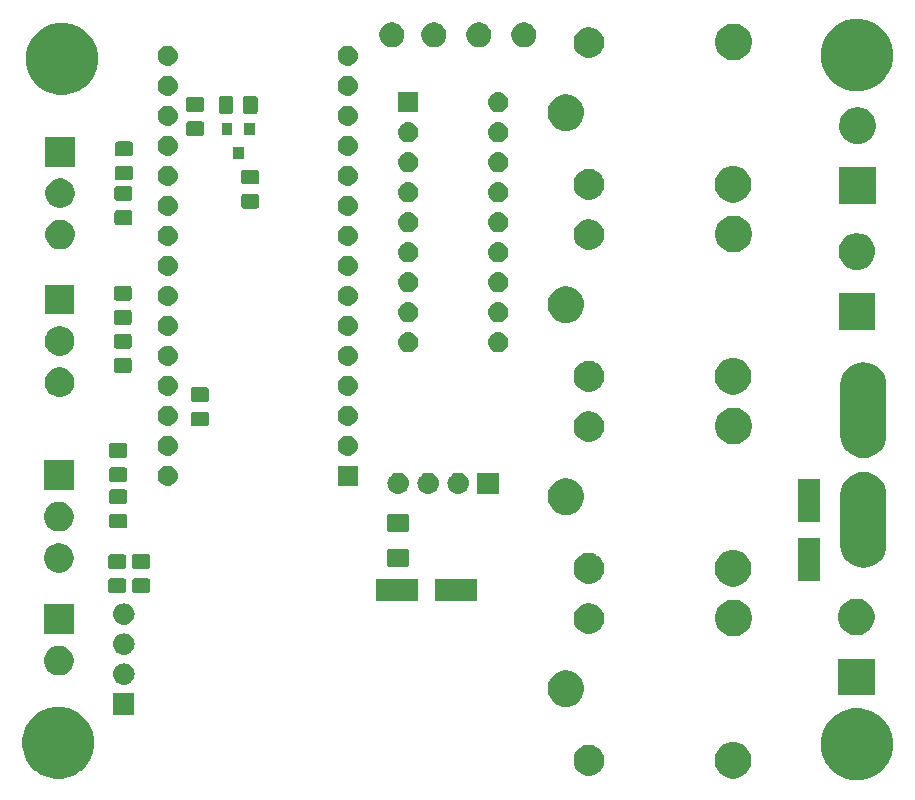
<source format=gbr>
%TF.GenerationSoftware,KiCad,Pcbnew,5.1.4*%
%TF.CreationDate,2019-11-11T17:46:08+01:00*%
%TF.ProjectId,followsun-hardware,666f6c6c-6f77-4737-956e-2d6861726477,rev?*%
%TF.SameCoordinates,Original*%
%TF.FileFunction,Soldermask,Top*%
%TF.FilePolarity,Negative*%
%FSLAX46Y46*%
G04 Gerber Fmt 4.6, Leading zero omitted, Abs format (unit mm)*
G04 Created by KiCad (PCBNEW 5.1.4) date 2019-11-11 17:46:08*
%MOMM*%
%LPD*%
G04 APERTURE LIST*
%ADD10C,0.100000*%
G04 APERTURE END LIST*
D10*
G36*
X206375943Y-95745248D02*
G01*
X206931189Y-95975238D01*
X207100504Y-96088371D01*
X207430899Y-96309134D01*
X207855866Y-96734101D01*
X207977801Y-96916590D01*
X208189762Y-97233811D01*
X208419752Y-97789057D01*
X208537000Y-98378501D01*
X208537000Y-98979499D01*
X208419752Y-99568943D01*
X208189762Y-100124189D01*
X208167077Y-100158139D01*
X207855866Y-100623899D01*
X207430899Y-101048866D01*
X207370092Y-101089496D01*
X206931189Y-101382762D01*
X206375943Y-101612752D01*
X205786499Y-101730000D01*
X205185501Y-101730000D01*
X204596057Y-101612752D01*
X204040811Y-101382762D01*
X203601908Y-101089496D01*
X203541101Y-101048866D01*
X203116134Y-100623899D01*
X202804923Y-100158139D01*
X202782238Y-100124189D01*
X202552248Y-99568943D01*
X202435000Y-98979499D01*
X202435000Y-98378501D01*
X202552248Y-97789057D01*
X202782238Y-97233811D01*
X202994199Y-96916590D01*
X203116134Y-96734101D01*
X203541101Y-96309134D01*
X203871496Y-96088371D01*
X204040811Y-95975238D01*
X204596057Y-95745248D01*
X205185501Y-95628000D01*
X205786499Y-95628000D01*
X206375943Y-95745248D01*
X206375943Y-95745248D01*
G37*
G36*
X138775943Y-95618248D02*
G01*
X139331189Y-95848238D01*
X139521257Y-95975238D01*
X139830899Y-96182134D01*
X140255866Y-96607101D01*
X140370935Y-96779314D01*
X140589762Y-97106811D01*
X140819752Y-97662057D01*
X140937000Y-98251501D01*
X140937000Y-98852499D01*
X140819752Y-99441943D01*
X140589762Y-99997189D01*
X140589761Y-99997190D01*
X140255866Y-100496899D01*
X139830899Y-100921866D01*
X139753743Y-100973420D01*
X139331189Y-101255762D01*
X138775943Y-101485752D01*
X138186499Y-101603000D01*
X137585501Y-101603000D01*
X136996057Y-101485752D01*
X136440811Y-101255762D01*
X136018257Y-100973420D01*
X135941101Y-100921866D01*
X135516134Y-100496899D01*
X135182239Y-99997190D01*
X135182238Y-99997189D01*
X134952248Y-99441943D01*
X134835000Y-98852499D01*
X134835000Y-98251501D01*
X134952248Y-97662057D01*
X135182238Y-97106811D01*
X135401065Y-96779314D01*
X135516134Y-96607101D01*
X135941101Y-96182134D01*
X136250743Y-95975238D01*
X136440811Y-95848238D01*
X136996057Y-95618248D01*
X137585501Y-95501000D01*
X138186499Y-95501000D01*
X138775943Y-95618248D01*
X138775943Y-95618248D01*
G37*
G36*
X195294442Y-98507580D02*
G01*
X195450410Y-98538604D01*
X195732674Y-98655521D01*
X195986705Y-98825259D01*
X196202741Y-99041295D01*
X196372479Y-99295326D01*
X196489396Y-99577590D01*
X196515599Y-99709322D01*
X196549000Y-99877239D01*
X196549000Y-100182761D01*
X196522813Y-100314410D01*
X196489396Y-100482410D01*
X196372479Y-100764674D01*
X196202741Y-101018705D01*
X195986705Y-101234741D01*
X195732674Y-101404479D01*
X195450410Y-101521396D01*
X195300585Y-101551198D01*
X195150761Y-101581000D01*
X194845239Y-101581000D01*
X194695415Y-101551198D01*
X194545590Y-101521396D01*
X194263326Y-101404479D01*
X194009295Y-101234741D01*
X193793259Y-101018705D01*
X193623521Y-100764674D01*
X193506604Y-100482410D01*
X193473187Y-100314410D01*
X193447000Y-100182761D01*
X193447000Y-99877239D01*
X193480401Y-99709322D01*
X193506604Y-99577590D01*
X193623521Y-99295326D01*
X193793259Y-99041295D01*
X194009295Y-98825259D01*
X194263326Y-98655521D01*
X194545590Y-98538604D01*
X194701558Y-98507580D01*
X194845239Y-98479000D01*
X195150761Y-98479000D01*
X195294442Y-98507580D01*
X195294442Y-98507580D01*
G37*
G36*
X183177487Y-98778996D02*
G01*
X183354938Y-98852499D01*
X183414255Y-98877069D01*
X183576785Y-98985668D01*
X183627339Y-99019447D01*
X183808553Y-99200661D01*
X183950932Y-99413747D01*
X184049004Y-99650513D01*
X184099000Y-99901861D01*
X184099000Y-100158139D01*
X184049004Y-100409487D01*
X183972580Y-100593990D01*
X183950931Y-100646255D01*
X183808553Y-100859339D01*
X183627339Y-101040553D01*
X183414255Y-101182931D01*
X183414254Y-101182932D01*
X183414253Y-101182932D01*
X183177487Y-101281004D01*
X182926139Y-101331000D01*
X182669861Y-101331000D01*
X182418513Y-101281004D01*
X182181747Y-101182932D01*
X182181746Y-101182932D01*
X182181745Y-101182931D01*
X181968661Y-101040553D01*
X181787447Y-100859339D01*
X181645069Y-100646255D01*
X181623420Y-100593990D01*
X181546996Y-100409487D01*
X181497000Y-100158139D01*
X181497000Y-99901861D01*
X181546996Y-99650513D01*
X181645068Y-99413747D01*
X181787447Y-99200661D01*
X181968661Y-99019447D01*
X182019215Y-98985668D01*
X182181745Y-98877069D01*
X182241062Y-98852499D01*
X182418513Y-98778996D01*
X182669861Y-98729000D01*
X182926139Y-98729000D01*
X183177487Y-98778996D01*
X183177487Y-98778996D01*
G37*
G36*
X144325500Y-96172000D02*
G01*
X142523500Y-96172000D01*
X142523500Y-94370000D01*
X144325500Y-94370000D01*
X144325500Y-96172000D01*
X144325500Y-96172000D01*
G37*
G36*
X181150585Y-92458802D02*
G01*
X181300410Y-92488604D01*
X181582674Y-92605521D01*
X181836705Y-92775259D01*
X182052741Y-92991295D01*
X182222479Y-93245326D01*
X182339396Y-93527590D01*
X182399000Y-93827240D01*
X182399000Y-94132760D01*
X182339396Y-94432410D01*
X182222479Y-94714674D01*
X182052741Y-94968705D01*
X181836705Y-95184741D01*
X181582674Y-95354479D01*
X181300410Y-95471396D01*
X181151580Y-95501000D01*
X181000761Y-95531000D01*
X180695239Y-95531000D01*
X180544420Y-95501000D01*
X180395590Y-95471396D01*
X180113326Y-95354479D01*
X179859295Y-95184741D01*
X179643259Y-94968705D01*
X179473521Y-94714674D01*
X179356604Y-94432410D01*
X179297000Y-94132760D01*
X179297000Y-93827240D01*
X179356604Y-93527590D01*
X179473521Y-93245326D01*
X179643259Y-92991295D01*
X179859295Y-92775259D01*
X180113326Y-92605521D01*
X180395590Y-92488604D01*
X180545415Y-92458802D01*
X180695239Y-92429000D01*
X181000761Y-92429000D01*
X181150585Y-92458802D01*
X181150585Y-92458802D01*
G37*
G36*
X206986200Y-94540400D02*
G01*
X203884200Y-94540400D01*
X203884200Y-91438400D01*
X206986200Y-91438400D01*
X206986200Y-94540400D01*
X206986200Y-94540400D01*
G37*
G36*
X143534942Y-91836518D02*
G01*
X143601127Y-91843037D01*
X143770966Y-91894557D01*
X143927491Y-91978222D01*
X143963229Y-92007552D01*
X144064686Y-92090814D01*
X144137688Y-92179769D01*
X144177278Y-92228009D01*
X144260943Y-92384534D01*
X144312463Y-92554373D01*
X144329859Y-92731000D01*
X144312463Y-92907627D01*
X144260943Y-93077466D01*
X144177278Y-93233991D01*
X144147948Y-93269729D01*
X144064686Y-93371186D01*
X143963229Y-93454448D01*
X143927491Y-93483778D01*
X143770966Y-93567443D01*
X143601127Y-93618963D01*
X143534943Y-93625481D01*
X143468760Y-93632000D01*
X143380240Y-93632000D01*
X143314058Y-93625482D01*
X143247873Y-93618963D01*
X143078034Y-93567443D01*
X142921509Y-93483778D01*
X142885771Y-93454448D01*
X142784314Y-93371186D01*
X142701052Y-93269729D01*
X142671722Y-93233991D01*
X142588057Y-93077466D01*
X142536537Y-92907627D01*
X142519141Y-92731000D01*
X142536537Y-92554373D01*
X142588057Y-92384534D01*
X142671722Y-92228009D01*
X142711312Y-92179769D01*
X142784314Y-92090814D01*
X142885771Y-92007552D01*
X142921509Y-91978222D01*
X143078034Y-91894557D01*
X143247873Y-91843037D01*
X143314058Y-91836518D01*
X143380240Y-91830000D01*
X143468760Y-91830000D01*
X143534942Y-91836518D01*
X143534942Y-91836518D01*
G37*
G36*
X138203198Y-90367625D02*
G01*
X138286903Y-90384275D01*
X138514571Y-90478578D01*
X138719466Y-90615485D01*
X138893715Y-90789734D01*
X138921412Y-90831186D01*
X139030623Y-90994631D01*
X139124925Y-91222297D01*
X139167911Y-91438400D01*
X139173000Y-91463987D01*
X139173000Y-91710413D01*
X139124925Y-91952103D01*
X139030622Y-92179771D01*
X138893715Y-92384666D01*
X138719466Y-92558915D01*
X138514571Y-92695822D01*
X138514570Y-92695823D01*
X138514569Y-92695823D01*
X138286903Y-92790125D01*
X138045214Y-92838200D01*
X137798786Y-92838200D01*
X137557097Y-92790125D01*
X137329431Y-92695823D01*
X137329430Y-92695823D01*
X137329429Y-92695822D01*
X137124534Y-92558915D01*
X136950285Y-92384666D01*
X136813378Y-92179771D01*
X136719075Y-91952103D01*
X136671000Y-91710413D01*
X136671000Y-91463987D01*
X136676090Y-91438400D01*
X136719075Y-91222297D01*
X136813377Y-90994631D01*
X136922588Y-90831186D01*
X136950285Y-90789734D01*
X137124534Y-90615485D01*
X137329429Y-90478578D01*
X137557097Y-90384275D01*
X137640802Y-90367625D01*
X137798786Y-90336200D01*
X138045214Y-90336200D01*
X138203198Y-90367625D01*
X138203198Y-90367625D01*
G37*
G36*
X143534942Y-89296518D02*
G01*
X143601127Y-89303037D01*
X143770966Y-89354557D01*
X143927491Y-89438222D01*
X143954515Y-89460400D01*
X144064686Y-89550814D01*
X144147948Y-89652271D01*
X144177278Y-89688009D01*
X144260943Y-89844534D01*
X144312463Y-90014373D01*
X144329859Y-90191000D01*
X144312463Y-90367627D01*
X144260943Y-90537466D01*
X144177278Y-90693991D01*
X144147948Y-90729729D01*
X144064686Y-90831186D01*
X143963229Y-90914448D01*
X143927491Y-90943778D01*
X143770966Y-91027443D01*
X143601127Y-91078963D01*
X143534942Y-91085482D01*
X143468760Y-91092000D01*
X143380240Y-91092000D01*
X143314058Y-91085482D01*
X143247873Y-91078963D01*
X143078034Y-91027443D01*
X142921509Y-90943778D01*
X142885771Y-90914448D01*
X142784314Y-90831186D01*
X142701052Y-90729729D01*
X142671722Y-90693991D01*
X142588057Y-90537466D01*
X142536537Y-90367627D01*
X142519141Y-90191000D01*
X142536537Y-90014373D01*
X142588057Y-89844534D01*
X142671722Y-89688009D01*
X142701052Y-89652271D01*
X142784314Y-89550814D01*
X142894485Y-89460400D01*
X142921509Y-89438222D01*
X143078034Y-89354557D01*
X143247873Y-89303037D01*
X143314058Y-89296518D01*
X143380240Y-89290000D01*
X143468760Y-89290000D01*
X143534942Y-89296518D01*
X143534942Y-89296518D01*
G37*
G36*
X195350585Y-86458802D02*
G01*
X195500410Y-86488604D01*
X195782674Y-86605521D01*
X196036705Y-86775259D01*
X196252741Y-86991295D01*
X196422479Y-87245326D01*
X196539396Y-87527590D01*
X196599000Y-87827240D01*
X196599000Y-88132760D01*
X196539396Y-88432410D01*
X196422479Y-88714674D01*
X196252741Y-88968705D01*
X196036705Y-89184741D01*
X195782674Y-89354479D01*
X195500410Y-89471396D01*
X195350585Y-89501198D01*
X195200761Y-89531000D01*
X194895239Y-89531000D01*
X194745415Y-89501198D01*
X194595590Y-89471396D01*
X194313326Y-89354479D01*
X194059295Y-89184741D01*
X193843259Y-88968705D01*
X193673521Y-88714674D01*
X193556604Y-88432410D01*
X193497000Y-88132760D01*
X193497000Y-87827240D01*
X193556604Y-87527590D01*
X193673521Y-87245326D01*
X193843259Y-86991295D01*
X194059295Y-86775259D01*
X194313326Y-86605521D01*
X194595590Y-86488604D01*
X194745415Y-86458802D01*
X194895239Y-86429000D01*
X195200761Y-86429000D01*
X195350585Y-86458802D01*
X195350585Y-86458802D01*
G37*
G36*
X205737785Y-86388202D02*
G01*
X205887610Y-86418004D01*
X206169874Y-86534921D01*
X206423905Y-86704659D01*
X206639941Y-86920695D01*
X206809679Y-87174726D01*
X206926596Y-87456990D01*
X206986200Y-87756640D01*
X206986200Y-88062160D01*
X206926596Y-88361810D01*
X206809679Y-88644074D01*
X206639941Y-88898105D01*
X206423905Y-89114141D01*
X206169874Y-89283879D01*
X205887610Y-89400796D01*
X205737785Y-89430598D01*
X205587961Y-89460400D01*
X205282439Y-89460400D01*
X205132615Y-89430598D01*
X204982790Y-89400796D01*
X204700526Y-89283879D01*
X204446495Y-89114141D01*
X204230459Y-88898105D01*
X204060721Y-88644074D01*
X203943804Y-88361810D01*
X203884200Y-88062160D01*
X203884200Y-87756640D01*
X203943804Y-87456990D01*
X204060721Y-87174726D01*
X204230459Y-86920695D01*
X204446495Y-86704659D01*
X204700526Y-86534921D01*
X204982790Y-86418004D01*
X205132615Y-86388202D01*
X205282439Y-86358400D01*
X205587961Y-86358400D01*
X205737785Y-86388202D01*
X205737785Y-86388202D01*
G37*
G36*
X139173000Y-89338200D02*
G01*
X136671000Y-89338200D01*
X136671000Y-86836200D01*
X139173000Y-86836200D01*
X139173000Y-89338200D01*
X139173000Y-89338200D01*
G37*
G36*
X183177487Y-86778996D02*
G01*
X183414253Y-86877068D01*
X183414255Y-86877069D01*
X183627339Y-87019447D01*
X183808553Y-87200661D01*
X183877959Y-87304534D01*
X183950932Y-87413747D01*
X184049004Y-87650513D01*
X184099000Y-87901861D01*
X184099000Y-88158139D01*
X184049004Y-88409487D01*
X183950932Y-88646253D01*
X183950931Y-88646255D01*
X183808553Y-88859339D01*
X183627339Y-89040553D01*
X183414255Y-89182931D01*
X183414254Y-89182932D01*
X183414253Y-89182932D01*
X183177487Y-89281004D01*
X182926139Y-89331000D01*
X182669861Y-89331000D01*
X182418513Y-89281004D01*
X182181747Y-89182932D01*
X182181746Y-89182932D01*
X182181745Y-89182931D01*
X181968661Y-89040553D01*
X181787447Y-88859339D01*
X181645069Y-88646255D01*
X181645068Y-88646253D01*
X181546996Y-88409487D01*
X181497000Y-88158139D01*
X181497000Y-87901861D01*
X181546996Y-87650513D01*
X181645068Y-87413747D01*
X181718042Y-87304534D01*
X181787447Y-87200661D01*
X181968661Y-87019447D01*
X182181745Y-86877069D01*
X182181747Y-86877068D01*
X182418513Y-86778996D01*
X182669861Y-86729000D01*
X182926139Y-86729000D01*
X183177487Y-86778996D01*
X183177487Y-86778996D01*
G37*
G36*
X143534943Y-86756519D02*
G01*
X143601127Y-86763037D01*
X143770966Y-86814557D01*
X143927491Y-86898222D01*
X143954874Y-86920695D01*
X144064686Y-87010814D01*
X144147948Y-87112271D01*
X144177278Y-87148009D01*
X144177279Y-87148011D01*
X144229297Y-87245328D01*
X144260943Y-87304534D01*
X144312463Y-87474373D01*
X144329859Y-87651000D01*
X144312463Y-87827627D01*
X144260943Y-87997466D01*
X144177278Y-88153991D01*
X144147948Y-88189729D01*
X144064686Y-88291186D01*
X143978630Y-88361809D01*
X143927491Y-88403778D01*
X143770966Y-88487443D01*
X143601127Y-88538963D01*
X143534943Y-88545481D01*
X143468760Y-88552000D01*
X143380240Y-88552000D01*
X143314057Y-88545481D01*
X143247873Y-88538963D01*
X143078034Y-88487443D01*
X142921509Y-88403778D01*
X142870370Y-88361809D01*
X142784314Y-88291186D01*
X142701052Y-88189729D01*
X142671722Y-88153991D01*
X142588057Y-87997466D01*
X142536537Y-87827627D01*
X142519141Y-87651000D01*
X142536537Y-87474373D01*
X142588057Y-87304534D01*
X142619704Y-87245328D01*
X142671721Y-87148011D01*
X142671722Y-87148009D01*
X142701052Y-87112271D01*
X142784314Y-87010814D01*
X142894126Y-86920695D01*
X142921509Y-86898222D01*
X143078034Y-86814557D01*
X143247873Y-86763037D01*
X143314057Y-86756519D01*
X143380240Y-86750000D01*
X143468760Y-86750000D01*
X143534943Y-86756519D01*
X143534943Y-86756519D01*
G37*
G36*
X168363400Y-86549000D02*
G01*
X164761400Y-86549000D01*
X164761400Y-84647000D01*
X168363400Y-84647000D01*
X168363400Y-86549000D01*
X168363400Y-86549000D01*
G37*
G36*
X173363400Y-86549000D02*
G01*
X169761400Y-86549000D01*
X169761400Y-84647000D01*
X173363400Y-84647000D01*
X173363400Y-86549000D01*
X173363400Y-86549000D01*
G37*
G36*
X143438274Y-84629865D02*
G01*
X143475967Y-84641299D01*
X143510703Y-84659866D01*
X143541148Y-84684852D01*
X143566134Y-84715297D01*
X143584701Y-84750033D01*
X143596135Y-84787726D01*
X143600600Y-84833061D01*
X143600600Y-85669739D01*
X143596135Y-85715074D01*
X143584701Y-85752767D01*
X143566134Y-85787503D01*
X143541148Y-85817948D01*
X143510703Y-85842934D01*
X143475967Y-85861501D01*
X143438274Y-85872935D01*
X143392939Y-85877400D01*
X142306261Y-85877400D01*
X142260926Y-85872935D01*
X142223233Y-85861501D01*
X142188497Y-85842934D01*
X142158052Y-85817948D01*
X142133066Y-85787503D01*
X142114499Y-85752767D01*
X142103065Y-85715074D01*
X142098600Y-85669739D01*
X142098600Y-84833061D01*
X142103065Y-84787726D01*
X142114499Y-84750033D01*
X142133066Y-84715297D01*
X142158052Y-84684852D01*
X142188497Y-84659866D01*
X142223233Y-84641299D01*
X142260926Y-84629865D01*
X142306261Y-84625400D01*
X143392939Y-84625400D01*
X143438274Y-84629865D01*
X143438274Y-84629865D01*
G37*
G36*
X145470274Y-84620865D02*
G01*
X145507967Y-84632299D01*
X145542703Y-84650866D01*
X145573148Y-84675852D01*
X145598134Y-84706297D01*
X145616701Y-84741033D01*
X145628135Y-84778726D01*
X145632600Y-84824061D01*
X145632600Y-85660739D01*
X145628135Y-85706074D01*
X145616701Y-85743767D01*
X145598134Y-85778503D01*
X145573148Y-85808948D01*
X145542703Y-85833934D01*
X145507967Y-85852501D01*
X145470274Y-85863935D01*
X145424939Y-85868400D01*
X144338261Y-85868400D01*
X144292926Y-85863935D01*
X144255233Y-85852501D01*
X144220497Y-85833934D01*
X144190052Y-85808948D01*
X144165066Y-85778503D01*
X144146499Y-85743767D01*
X144135065Y-85706074D01*
X144130600Y-85660739D01*
X144130600Y-84824061D01*
X144135065Y-84778726D01*
X144146499Y-84741033D01*
X144165066Y-84706297D01*
X144190052Y-84675852D01*
X144220497Y-84650866D01*
X144255233Y-84632299D01*
X144292926Y-84620865D01*
X144338261Y-84616400D01*
X145424939Y-84616400D01*
X145470274Y-84620865D01*
X145470274Y-84620865D01*
G37*
G36*
X195268998Y-82246519D02*
G01*
X195450410Y-82282604D01*
X195732674Y-82399521D01*
X195986705Y-82569259D01*
X196202741Y-82785295D01*
X196372479Y-83039326D01*
X196421530Y-83157747D01*
X196489396Y-83321591D01*
X196549000Y-83621239D01*
X196549000Y-83926761D01*
X196533671Y-84003823D01*
X196489396Y-84226410D01*
X196372479Y-84508674D01*
X196202741Y-84762705D01*
X195986705Y-84978741D01*
X195732674Y-85148479D01*
X195450410Y-85265396D01*
X195300585Y-85295198D01*
X195150761Y-85325000D01*
X194845239Y-85325000D01*
X194695415Y-85295198D01*
X194545590Y-85265396D01*
X194263326Y-85148479D01*
X194009295Y-84978741D01*
X193793259Y-84762705D01*
X193623521Y-84508674D01*
X193506604Y-84226410D01*
X193462329Y-84003823D01*
X193447000Y-83926761D01*
X193447000Y-83621239D01*
X193506604Y-83321591D01*
X193574470Y-83157747D01*
X193623521Y-83039326D01*
X193793259Y-82785295D01*
X194009295Y-82569259D01*
X194263326Y-82399521D01*
X194545590Y-82282604D01*
X194727002Y-82246519D01*
X194845239Y-82223000D01*
X195150761Y-82223000D01*
X195268998Y-82246519D01*
X195268998Y-82246519D01*
G37*
G36*
X183177487Y-82522996D02*
G01*
X183365481Y-82600866D01*
X183414255Y-82621069D01*
X183526939Y-82696362D01*
X183627339Y-82763447D01*
X183808553Y-82944661D01*
X183950932Y-83157747D01*
X184049004Y-83394513D01*
X184099000Y-83645861D01*
X184099000Y-83902139D01*
X184049004Y-84153487D01*
X184018798Y-84226410D01*
X183950931Y-84390255D01*
X183808553Y-84603339D01*
X183627339Y-84784553D01*
X183414255Y-84926931D01*
X183414254Y-84926932D01*
X183414253Y-84926932D01*
X183177487Y-85025004D01*
X182926139Y-85075000D01*
X182669861Y-85075000D01*
X182418513Y-85025004D01*
X182181747Y-84926932D01*
X182181746Y-84926932D01*
X182181745Y-84926931D01*
X181968661Y-84784553D01*
X181787447Y-84603339D01*
X181645069Y-84390255D01*
X181577202Y-84226410D01*
X181546996Y-84153487D01*
X181497000Y-83902139D01*
X181497000Y-83645861D01*
X181546996Y-83394513D01*
X181645068Y-83157747D01*
X181787447Y-82944661D01*
X181968661Y-82763447D01*
X182069061Y-82696362D01*
X182181745Y-82621069D01*
X182230519Y-82600866D01*
X182418513Y-82522996D01*
X182669861Y-82473000D01*
X182926139Y-82473000D01*
X183177487Y-82522996D01*
X183177487Y-82522996D01*
G37*
G36*
X202373000Y-84819000D02*
G01*
X200471000Y-84819000D01*
X200471000Y-81217000D01*
X202373000Y-81217000D01*
X202373000Y-84819000D01*
X202373000Y-84819000D01*
G37*
G36*
X138286903Y-81692275D02*
G01*
X138514571Y-81786578D01*
X138719466Y-81923485D01*
X138893715Y-82097734D01*
X139026444Y-82296376D01*
X139030623Y-82302631D01*
X139124925Y-82530297D01*
X139158688Y-82700033D01*
X139173000Y-82771987D01*
X139173000Y-83018413D01*
X139124925Y-83260103D01*
X139030622Y-83487771D01*
X138893715Y-83692666D01*
X138719466Y-83866915D01*
X138514571Y-84003822D01*
X138514570Y-84003823D01*
X138514569Y-84003823D01*
X138286903Y-84098125D01*
X138045214Y-84146200D01*
X137798786Y-84146200D01*
X137557097Y-84098125D01*
X137329431Y-84003823D01*
X137329430Y-84003823D01*
X137329429Y-84003822D01*
X137124534Y-83866915D01*
X136950285Y-83692666D01*
X136813378Y-83487771D01*
X136719075Y-83260103D01*
X136671000Y-83018413D01*
X136671000Y-82771987D01*
X136685313Y-82700033D01*
X136719075Y-82530297D01*
X136813377Y-82302631D01*
X136817556Y-82296376D01*
X136950285Y-82097734D01*
X137124534Y-81923485D01*
X137329429Y-81786578D01*
X137557097Y-81692275D01*
X137798786Y-81644200D01*
X138045214Y-81644200D01*
X138286903Y-81692275D01*
X138286903Y-81692275D01*
G37*
G36*
X143438274Y-82579865D02*
G01*
X143475967Y-82591299D01*
X143510703Y-82609866D01*
X143541148Y-82634852D01*
X143566134Y-82665297D01*
X143584701Y-82700033D01*
X143596135Y-82737726D01*
X143600600Y-82783061D01*
X143600600Y-83619739D01*
X143596135Y-83665074D01*
X143584701Y-83702767D01*
X143566134Y-83737503D01*
X143541148Y-83767948D01*
X143510703Y-83792934D01*
X143475967Y-83811501D01*
X143438274Y-83822935D01*
X143392939Y-83827400D01*
X142306261Y-83827400D01*
X142260926Y-83822935D01*
X142223233Y-83811501D01*
X142188497Y-83792934D01*
X142158052Y-83767948D01*
X142133066Y-83737503D01*
X142114499Y-83702767D01*
X142103065Y-83665074D01*
X142098600Y-83619739D01*
X142098600Y-82783061D01*
X142103065Y-82737726D01*
X142114499Y-82700033D01*
X142133066Y-82665297D01*
X142158052Y-82634852D01*
X142188497Y-82609866D01*
X142223233Y-82591299D01*
X142260926Y-82579865D01*
X142306261Y-82575400D01*
X143392939Y-82575400D01*
X143438274Y-82579865D01*
X143438274Y-82579865D01*
G37*
G36*
X145470274Y-82570865D02*
G01*
X145507967Y-82582299D01*
X145542703Y-82600866D01*
X145573148Y-82625852D01*
X145598134Y-82656297D01*
X145616701Y-82691033D01*
X145628135Y-82728726D01*
X145632600Y-82774061D01*
X145632600Y-83610739D01*
X145628135Y-83656074D01*
X145616701Y-83693767D01*
X145598134Y-83728503D01*
X145573148Y-83758948D01*
X145542703Y-83783934D01*
X145507967Y-83802501D01*
X145470274Y-83813935D01*
X145424939Y-83818400D01*
X144338261Y-83818400D01*
X144292926Y-83813935D01*
X144255233Y-83802501D01*
X144220497Y-83783934D01*
X144190052Y-83758948D01*
X144165066Y-83728503D01*
X144146499Y-83693767D01*
X144135065Y-83656074D01*
X144130600Y-83610739D01*
X144130600Y-82774061D01*
X144135065Y-82728726D01*
X144146499Y-82691033D01*
X144165066Y-82656297D01*
X144190052Y-82625852D01*
X144220497Y-82600866D01*
X144255233Y-82582299D01*
X144292926Y-82570865D01*
X144338261Y-82566400D01*
X145424939Y-82566400D01*
X145470274Y-82570865D01*
X145470274Y-82570865D01*
G37*
G36*
X206427262Y-75657029D02*
G01*
X206795027Y-75768590D01*
X207133962Y-75949754D01*
X207431040Y-76193560D01*
X207674846Y-76490638D01*
X207856010Y-76829572D01*
X207967571Y-77197337D01*
X207995800Y-77483953D01*
X207995800Y-81875647D01*
X207967571Y-82162263D01*
X207856010Y-82530028D01*
X207674846Y-82868962D01*
X207431040Y-83166040D01*
X207133962Y-83409846D01*
X206795028Y-83591010D01*
X206427263Y-83702571D01*
X206044800Y-83740240D01*
X205662338Y-83702571D01*
X205294573Y-83591010D01*
X204955639Y-83409846D01*
X204658561Y-83166040D01*
X204414755Y-82868962D01*
X204233591Y-82530028D01*
X204122030Y-82162263D01*
X204093801Y-81875647D01*
X204093800Y-77483954D01*
X204122029Y-77197338D01*
X204233590Y-76829573D01*
X204414754Y-76490638D01*
X204658560Y-76193560D01*
X204955638Y-75949754D01*
X205294572Y-75768590D01*
X205662337Y-75657029D01*
X206044800Y-75619360D01*
X206427262Y-75657029D01*
X206427262Y-75657029D01*
G37*
G36*
X167399562Y-82135181D02*
G01*
X167434481Y-82145774D01*
X167466663Y-82162976D01*
X167494873Y-82186127D01*
X167518024Y-82214337D01*
X167535226Y-82246519D01*
X167545819Y-82281438D01*
X167550000Y-82323895D01*
X167550000Y-83465105D01*
X167545819Y-83507562D01*
X167535226Y-83542481D01*
X167518024Y-83574663D01*
X167494873Y-83602873D01*
X167466663Y-83626024D01*
X167434481Y-83643226D01*
X167399562Y-83653819D01*
X167357105Y-83658000D01*
X165890895Y-83658000D01*
X165848438Y-83653819D01*
X165813519Y-83643226D01*
X165781337Y-83626024D01*
X165753127Y-83602873D01*
X165729976Y-83574663D01*
X165712774Y-83542481D01*
X165702181Y-83507562D01*
X165698000Y-83465105D01*
X165698000Y-82323895D01*
X165702181Y-82281438D01*
X165712774Y-82246519D01*
X165729976Y-82214337D01*
X165753127Y-82186127D01*
X165781337Y-82162976D01*
X165813519Y-82145774D01*
X165848438Y-82135181D01*
X165890895Y-82131000D01*
X167357105Y-82131000D01*
X167399562Y-82135181D01*
X167399562Y-82135181D01*
G37*
G36*
X167399562Y-79160181D02*
G01*
X167434481Y-79170774D01*
X167466663Y-79187976D01*
X167494873Y-79211127D01*
X167518024Y-79239337D01*
X167535226Y-79271519D01*
X167545819Y-79306438D01*
X167550000Y-79348895D01*
X167550000Y-80490105D01*
X167545819Y-80532562D01*
X167535226Y-80567481D01*
X167518024Y-80599663D01*
X167494873Y-80627873D01*
X167466663Y-80651024D01*
X167434481Y-80668226D01*
X167399562Y-80678819D01*
X167357105Y-80683000D01*
X165890895Y-80683000D01*
X165848438Y-80678819D01*
X165813519Y-80668226D01*
X165781337Y-80651024D01*
X165753127Y-80627873D01*
X165729976Y-80599663D01*
X165712774Y-80567481D01*
X165702181Y-80532562D01*
X165698000Y-80490105D01*
X165698000Y-79348895D01*
X165702181Y-79306438D01*
X165712774Y-79271519D01*
X165729976Y-79239337D01*
X165753127Y-79211127D01*
X165781337Y-79187976D01*
X165813519Y-79170774D01*
X165848438Y-79160181D01*
X165890895Y-79156000D01*
X167357105Y-79156000D01*
X167399562Y-79160181D01*
X167399562Y-79160181D01*
G37*
G36*
X138263772Y-78187674D02*
G01*
X138286903Y-78192275D01*
X138514571Y-78286578D01*
X138719466Y-78423485D01*
X138893715Y-78597734D01*
X138970536Y-78712705D01*
X139030623Y-78802631D01*
X139124925Y-79030297D01*
X139165537Y-79234465D01*
X139173000Y-79271987D01*
X139173000Y-79518413D01*
X139124925Y-79760103D01*
X139030622Y-79987771D01*
X138893715Y-80192666D01*
X138719466Y-80366915D01*
X138514571Y-80503822D01*
X138514570Y-80503823D01*
X138514569Y-80503823D01*
X138286903Y-80598125D01*
X138045214Y-80646200D01*
X137798786Y-80646200D01*
X137557097Y-80598125D01*
X137329431Y-80503823D01*
X137329430Y-80503823D01*
X137329429Y-80503822D01*
X137124534Y-80366915D01*
X136950285Y-80192666D01*
X136813378Y-79987771D01*
X136719075Y-79760103D01*
X136671000Y-79518413D01*
X136671000Y-79271987D01*
X136678464Y-79234465D01*
X136719075Y-79030297D01*
X136813377Y-78802631D01*
X136873464Y-78712705D01*
X136950285Y-78597734D01*
X137124534Y-78423485D01*
X137329429Y-78286578D01*
X137557097Y-78192275D01*
X137580228Y-78187674D01*
X137798786Y-78144200D01*
X138045214Y-78144200D01*
X138263772Y-78187674D01*
X138263772Y-78187674D01*
G37*
G36*
X143527174Y-79152465D02*
G01*
X143564867Y-79163899D01*
X143599603Y-79182466D01*
X143630048Y-79207452D01*
X143655034Y-79237897D01*
X143673601Y-79272633D01*
X143685035Y-79310326D01*
X143689500Y-79355661D01*
X143689500Y-80192339D01*
X143685035Y-80237674D01*
X143673601Y-80275367D01*
X143655034Y-80310103D01*
X143630048Y-80340548D01*
X143599603Y-80365534D01*
X143564867Y-80384101D01*
X143527174Y-80395535D01*
X143481839Y-80400000D01*
X142395161Y-80400000D01*
X142349826Y-80395535D01*
X142312133Y-80384101D01*
X142277397Y-80365534D01*
X142246952Y-80340548D01*
X142221966Y-80310103D01*
X142203399Y-80275367D01*
X142191965Y-80237674D01*
X142187500Y-80192339D01*
X142187500Y-79355661D01*
X142191965Y-79310326D01*
X142203399Y-79272633D01*
X142221966Y-79237897D01*
X142246952Y-79207452D01*
X142277397Y-79182466D01*
X142312133Y-79163899D01*
X142349826Y-79152465D01*
X142395161Y-79148000D01*
X143481839Y-79148000D01*
X143527174Y-79152465D01*
X143527174Y-79152465D01*
G37*
G36*
X202373000Y-79819000D02*
G01*
X200471000Y-79819000D01*
X200471000Y-76217000D01*
X202373000Y-76217000D01*
X202373000Y-79819000D01*
X202373000Y-79819000D01*
G37*
G36*
X181150585Y-76202802D02*
G01*
X181300410Y-76232604D01*
X181582674Y-76349521D01*
X181836705Y-76519259D01*
X182052741Y-76735295D01*
X182222479Y-76989326D01*
X182339396Y-77271590D01*
X182399000Y-77571240D01*
X182399000Y-77876760D01*
X182339396Y-78176410D01*
X182222479Y-78458674D01*
X182052741Y-78712705D01*
X181836705Y-78928741D01*
X181582674Y-79098479D01*
X181300410Y-79215396D01*
X181180050Y-79239337D01*
X181000761Y-79275000D01*
X180695239Y-79275000D01*
X180515950Y-79239337D01*
X180395590Y-79215396D01*
X180113326Y-79098479D01*
X179859295Y-78928741D01*
X179643259Y-78712705D01*
X179473521Y-78458674D01*
X179356604Y-78176410D01*
X179297000Y-77876760D01*
X179297000Y-77571240D01*
X179356604Y-77271590D01*
X179473521Y-76989326D01*
X179643259Y-76735295D01*
X179859295Y-76519259D01*
X180113326Y-76349521D01*
X180395590Y-76232604D01*
X180545415Y-76202802D01*
X180695239Y-76173000D01*
X181000761Y-76173000D01*
X181150585Y-76202802D01*
X181150585Y-76202802D01*
G37*
G36*
X143527174Y-77102465D02*
G01*
X143564867Y-77113899D01*
X143599603Y-77132466D01*
X143630048Y-77157452D01*
X143655034Y-77187897D01*
X143673601Y-77222633D01*
X143685035Y-77260326D01*
X143689500Y-77305661D01*
X143689500Y-78142339D01*
X143685035Y-78187674D01*
X143673601Y-78225367D01*
X143655034Y-78260103D01*
X143630048Y-78290548D01*
X143599603Y-78315534D01*
X143564867Y-78334101D01*
X143527174Y-78345535D01*
X143481839Y-78350000D01*
X142395161Y-78350000D01*
X142349826Y-78345535D01*
X142312133Y-78334101D01*
X142277397Y-78315534D01*
X142246952Y-78290548D01*
X142221966Y-78260103D01*
X142203399Y-78225367D01*
X142191965Y-78187674D01*
X142187500Y-78142339D01*
X142187500Y-77305661D01*
X142191965Y-77260326D01*
X142203399Y-77222633D01*
X142221966Y-77187897D01*
X142246952Y-77157452D01*
X142277397Y-77132466D01*
X142312133Y-77113899D01*
X142349826Y-77102465D01*
X142395161Y-77098000D01*
X143481839Y-77098000D01*
X143527174Y-77102465D01*
X143527174Y-77102465D01*
G37*
G36*
X175166000Y-77478600D02*
G01*
X173364000Y-77478600D01*
X173364000Y-75676600D01*
X175166000Y-75676600D01*
X175166000Y-77478600D01*
X175166000Y-77478600D01*
G37*
G36*
X171835442Y-75683118D02*
G01*
X171901627Y-75689637D01*
X172071466Y-75741157D01*
X172227991Y-75824822D01*
X172263729Y-75854152D01*
X172365186Y-75937414D01*
X172448448Y-76038871D01*
X172477778Y-76074609D01*
X172477779Y-76074611D01*
X172530370Y-76173000D01*
X172561443Y-76231134D01*
X172612963Y-76400973D01*
X172630359Y-76577600D01*
X172612963Y-76754227D01*
X172561443Y-76924066D01*
X172477778Y-77080591D01*
X172450443Y-77113899D01*
X172365186Y-77217786D01*
X172299623Y-77271591D01*
X172227991Y-77330378D01*
X172071466Y-77414043D01*
X171901627Y-77465563D01*
X171835442Y-77472082D01*
X171769260Y-77478600D01*
X171680740Y-77478600D01*
X171614558Y-77472082D01*
X171548373Y-77465563D01*
X171378534Y-77414043D01*
X171222009Y-77330378D01*
X171150377Y-77271591D01*
X171084814Y-77217786D01*
X170999557Y-77113899D01*
X170972222Y-77080591D01*
X170888557Y-76924066D01*
X170837037Y-76754227D01*
X170819641Y-76577600D01*
X170837037Y-76400973D01*
X170888557Y-76231134D01*
X170919631Y-76173000D01*
X170972221Y-76074611D01*
X170972222Y-76074609D01*
X171001552Y-76038871D01*
X171084814Y-75937414D01*
X171186271Y-75854152D01*
X171222009Y-75824822D01*
X171378534Y-75741157D01*
X171548373Y-75689637D01*
X171614558Y-75683118D01*
X171680740Y-75676600D01*
X171769260Y-75676600D01*
X171835442Y-75683118D01*
X171835442Y-75683118D01*
G37*
G36*
X166755442Y-75683118D02*
G01*
X166821627Y-75689637D01*
X166991466Y-75741157D01*
X167147991Y-75824822D01*
X167183729Y-75854152D01*
X167285186Y-75937414D01*
X167368448Y-76038871D01*
X167397778Y-76074609D01*
X167397779Y-76074611D01*
X167450370Y-76173000D01*
X167481443Y-76231134D01*
X167532963Y-76400973D01*
X167550359Y-76577600D01*
X167532963Y-76754227D01*
X167481443Y-76924066D01*
X167397778Y-77080591D01*
X167370443Y-77113899D01*
X167285186Y-77217786D01*
X167219623Y-77271591D01*
X167147991Y-77330378D01*
X166991466Y-77414043D01*
X166821627Y-77465563D01*
X166755442Y-77472082D01*
X166689260Y-77478600D01*
X166600740Y-77478600D01*
X166534558Y-77472082D01*
X166468373Y-77465563D01*
X166298534Y-77414043D01*
X166142009Y-77330378D01*
X166070377Y-77271591D01*
X166004814Y-77217786D01*
X165919557Y-77113899D01*
X165892222Y-77080591D01*
X165808557Y-76924066D01*
X165757037Y-76754227D01*
X165739641Y-76577600D01*
X165757037Y-76400973D01*
X165808557Y-76231134D01*
X165839631Y-76173000D01*
X165892221Y-76074611D01*
X165892222Y-76074609D01*
X165921552Y-76038871D01*
X166004814Y-75937414D01*
X166106271Y-75854152D01*
X166142009Y-75824822D01*
X166298534Y-75741157D01*
X166468373Y-75689637D01*
X166534558Y-75683118D01*
X166600740Y-75676600D01*
X166689260Y-75676600D01*
X166755442Y-75683118D01*
X166755442Y-75683118D01*
G37*
G36*
X169295442Y-75683118D02*
G01*
X169361627Y-75689637D01*
X169531466Y-75741157D01*
X169687991Y-75824822D01*
X169723729Y-75854152D01*
X169825186Y-75937414D01*
X169908448Y-76038871D01*
X169937778Y-76074609D01*
X169937779Y-76074611D01*
X169990370Y-76173000D01*
X170021443Y-76231134D01*
X170072963Y-76400973D01*
X170090359Y-76577600D01*
X170072963Y-76754227D01*
X170021443Y-76924066D01*
X169937778Y-77080591D01*
X169910443Y-77113899D01*
X169825186Y-77217786D01*
X169759623Y-77271591D01*
X169687991Y-77330378D01*
X169531466Y-77414043D01*
X169361627Y-77465563D01*
X169295442Y-77472082D01*
X169229260Y-77478600D01*
X169140740Y-77478600D01*
X169074558Y-77472082D01*
X169008373Y-77465563D01*
X168838534Y-77414043D01*
X168682009Y-77330378D01*
X168610377Y-77271591D01*
X168544814Y-77217786D01*
X168459557Y-77113899D01*
X168432222Y-77080591D01*
X168348557Y-76924066D01*
X168297037Y-76754227D01*
X168279641Y-76577600D01*
X168297037Y-76400973D01*
X168348557Y-76231134D01*
X168379631Y-76173000D01*
X168432221Y-76074611D01*
X168432222Y-76074609D01*
X168461552Y-76038871D01*
X168544814Y-75937414D01*
X168646271Y-75854152D01*
X168682009Y-75824822D01*
X168838534Y-75741157D01*
X169008373Y-75689637D01*
X169074558Y-75683118D01*
X169140740Y-75676600D01*
X169229260Y-75676600D01*
X169295442Y-75683118D01*
X169295442Y-75683118D01*
G37*
G36*
X139173000Y-77146200D02*
G01*
X136671000Y-77146200D01*
X136671000Y-74644200D01*
X139173000Y-74644200D01*
X139173000Y-77146200D01*
X139173000Y-77146200D01*
G37*
G36*
X163220500Y-76797000D02*
G01*
X161518500Y-76797000D01*
X161518500Y-75095000D01*
X163220500Y-75095000D01*
X163220500Y-76797000D01*
X163220500Y-76797000D01*
G37*
G36*
X147296323Y-75107313D02*
G01*
X147456742Y-75155976D01*
X147568038Y-75215465D01*
X147604578Y-75234996D01*
X147734159Y-75341341D01*
X147840504Y-75470922D01*
X147840505Y-75470924D01*
X147919524Y-75618758D01*
X147968187Y-75779177D01*
X147984617Y-75946000D01*
X147968187Y-76112823D01*
X147919524Y-76273242D01*
X147878752Y-76349521D01*
X147840504Y-76421078D01*
X147734159Y-76550659D01*
X147604578Y-76657004D01*
X147604576Y-76657005D01*
X147456742Y-76736024D01*
X147296323Y-76784687D01*
X147171304Y-76797000D01*
X147087696Y-76797000D01*
X146962677Y-76784687D01*
X146802258Y-76736024D01*
X146654424Y-76657005D01*
X146654422Y-76657004D01*
X146524841Y-76550659D01*
X146418496Y-76421078D01*
X146380248Y-76349521D01*
X146339476Y-76273242D01*
X146290813Y-76112823D01*
X146274383Y-75946000D01*
X146290813Y-75779177D01*
X146339476Y-75618758D01*
X146418495Y-75470924D01*
X146418496Y-75470922D01*
X146524841Y-75341341D01*
X146654422Y-75234996D01*
X146690962Y-75215465D01*
X146802258Y-75155976D01*
X146962677Y-75107313D01*
X147087696Y-75095000D01*
X147171304Y-75095000D01*
X147296323Y-75107313D01*
X147296323Y-75107313D01*
G37*
G36*
X143527174Y-75215465D02*
G01*
X143564867Y-75226899D01*
X143599603Y-75245466D01*
X143630048Y-75270452D01*
X143655034Y-75300897D01*
X143673601Y-75335633D01*
X143685035Y-75373326D01*
X143689500Y-75418661D01*
X143689500Y-76255339D01*
X143685035Y-76300674D01*
X143673601Y-76338367D01*
X143655034Y-76373103D01*
X143630048Y-76403548D01*
X143599603Y-76428534D01*
X143564867Y-76447101D01*
X143527174Y-76458535D01*
X143481839Y-76463000D01*
X142395161Y-76463000D01*
X142349826Y-76458535D01*
X142312133Y-76447101D01*
X142277397Y-76428534D01*
X142246952Y-76403548D01*
X142221966Y-76373103D01*
X142203399Y-76338367D01*
X142191965Y-76300674D01*
X142187500Y-76255339D01*
X142187500Y-75418661D01*
X142191965Y-75373326D01*
X142203399Y-75335633D01*
X142221966Y-75300897D01*
X142246952Y-75270452D01*
X142277397Y-75245466D01*
X142312133Y-75226899D01*
X142349826Y-75215465D01*
X142395161Y-75211000D01*
X143481839Y-75211000D01*
X143527174Y-75215465D01*
X143527174Y-75215465D01*
G37*
G36*
X206427262Y-66357029D02*
G01*
X206795027Y-66468590D01*
X207133962Y-66649754D01*
X207431040Y-66893560D01*
X207674846Y-67190638D01*
X207856010Y-67529572D01*
X207967571Y-67897337D01*
X207995800Y-68183953D01*
X207995800Y-72575647D01*
X207967571Y-72862263D01*
X207856010Y-73230028D01*
X207674846Y-73568962D01*
X207431040Y-73866040D01*
X207133962Y-74109846D01*
X206795028Y-74291010D01*
X206427263Y-74402571D01*
X206044800Y-74440240D01*
X205662338Y-74402571D01*
X205294573Y-74291010D01*
X204955639Y-74109846D01*
X204658561Y-73866040D01*
X204414755Y-73568962D01*
X204233591Y-73230028D01*
X204122030Y-72862263D01*
X204093801Y-72575647D01*
X204093800Y-68183954D01*
X204122029Y-67897338D01*
X204233590Y-67529573D01*
X204414754Y-67190638D01*
X204658560Y-66893560D01*
X204955638Y-66649754D01*
X205294572Y-66468590D01*
X205662337Y-66357029D01*
X206044800Y-66319360D01*
X206427262Y-66357029D01*
X206427262Y-66357029D01*
G37*
G36*
X143527174Y-73165465D02*
G01*
X143564867Y-73176899D01*
X143599603Y-73195466D01*
X143630048Y-73220452D01*
X143655034Y-73250897D01*
X143673601Y-73285633D01*
X143685035Y-73323326D01*
X143689500Y-73368661D01*
X143689500Y-74205339D01*
X143685035Y-74250674D01*
X143673601Y-74288367D01*
X143655034Y-74323103D01*
X143630048Y-74353548D01*
X143599603Y-74378534D01*
X143564867Y-74397101D01*
X143527174Y-74408535D01*
X143481839Y-74413000D01*
X142395161Y-74413000D01*
X142349826Y-74408535D01*
X142312133Y-74397101D01*
X142277397Y-74378534D01*
X142246952Y-74353548D01*
X142221966Y-74323103D01*
X142203399Y-74288367D01*
X142191965Y-74250674D01*
X142187500Y-74205339D01*
X142187500Y-73368661D01*
X142191965Y-73323326D01*
X142203399Y-73285633D01*
X142221966Y-73250897D01*
X142246952Y-73220452D01*
X142277397Y-73195466D01*
X142312133Y-73176899D01*
X142349826Y-73165465D01*
X142395161Y-73161000D01*
X143481839Y-73161000D01*
X143527174Y-73165465D01*
X143527174Y-73165465D01*
G37*
G36*
X162536323Y-72567313D02*
G01*
X162696742Y-72615976D01*
X162829406Y-72686886D01*
X162844578Y-72694996D01*
X162974159Y-72801341D01*
X163080504Y-72930922D01*
X163080505Y-72930924D01*
X163159524Y-73078758D01*
X163208187Y-73239177D01*
X163224617Y-73406000D01*
X163208187Y-73572823D01*
X163159524Y-73733242D01*
X163088614Y-73865906D01*
X163080504Y-73881078D01*
X162974159Y-74010659D01*
X162844578Y-74117004D01*
X162844576Y-74117005D01*
X162696742Y-74196024D01*
X162536323Y-74244687D01*
X162411304Y-74257000D01*
X162327696Y-74257000D01*
X162202677Y-74244687D01*
X162042258Y-74196024D01*
X161894424Y-74117005D01*
X161894422Y-74117004D01*
X161764841Y-74010659D01*
X161658496Y-73881078D01*
X161650386Y-73865906D01*
X161579476Y-73733242D01*
X161530813Y-73572823D01*
X161514383Y-73406000D01*
X161530813Y-73239177D01*
X161579476Y-73078758D01*
X161658495Y-72930924D01*
X161658496Y-72930922D01*
X161764841Y-72801341D01*
X161894422Y-72694996D01*
X161909594Y-72686886D01*
X162042258Y-72615976D01*
X162202677Y-72567313D01*
X162327696Y-72555000D01*
X162411304Y-72555000D01*
X162536323Y-72567313D01*
X162536323Y-72567313D01*
G37*
G36*
X147296323Y-72567313D02*
G01*
X147456742Y-72615976D01*
X147589406Y-72686886D01*
X147604578Y-72694996D01*
X147734159Y-72801341D01*
X147840504Y-72930922D01*
X147840505Y-72930924D01*
X147919524Y-73078758D01*
X147968187Y-73239177D01*
X147984617Y-73406000D01*
X147968187Y-73572823D01*
X147919524Y-73733242D01*
X147848614Y-73865906D01*
X147840504Y-73881078D01*
X147734159Y-74010659D01*
X147604578Y-74117004D01*
X147604576Y-74117005D01*
X147456742Y-74196024D01*
X147296323Y-74244687D01*
X147171304Y-74257000D01*
X147087696Y-74257000D01*
X146962677Y-74244687D01*
X146802258Y-74196024D01*
X146654424Y-74117005D01*
X146654422Y-74117004D01*
X146524841Y-74010659D01*
X146418496Y-73881078D01*
X146410386Y-73865906D01*
X146339476Y-73733242D01*
X146290813Y-73572823D01*
X146274383Y-73406000D01*
X146290813Y-73239177D01*
X146339476Y-73078758D01*
X146418495Y-72930924D01*
X146418496Y-72930922D01*
X146524841Y-72801341D01*
X146654422Y-72694996D01*
X146669594Y-72686886D01*
X146802258Y-72615976D01*
X146962677Y-72567313D01*
X147087696Y-72555000D01*
X147171304Y-72555000D01*
X147296323Y-72567313D01*
X147296323Y-72567313D01*
G37*
G36*
X195350585Y-70202802D02*
G01*
X195500410Y-70232604D01*
X195782674Y-70349521D01*
X196036705Y-70519259D01*
X196252741Y-70735295D01*
X196422479Y-70989326D01*
X196539396Y-71271590D01*
X196553218Y-71341078D01*
X196591976Y-71535925D01*
X196599000Y-71571240D01*
X196599000Y-71876760D01*
X196539396Y-72176410D01*
X196422479Y-72458674D01*
X196252741Y-72712705D01*
X196036705Y-72928741D01*
X195782674Y-73098479D01*
X195500410Y-73215396D01*
X195350585Y-73245198D01*
X195200761Y-73275000D01*
X194895239Y-73275000D01*
X194745415Y-73245198D01*
X194595590Y-73215396D01*
X194313326Y-73098479D01*
X194059295Y-72928741D01*
X193843259Y-72712705D01*
X193673521Y-72458674D01*
X193556604Y-72176410D01*
X193497000Y-71876760D01*
X193497000Y-71571240D01*
X193504025Y-71535925D01*
X193542782Y-71341078D01*
X193556604Y-71271590D01*
X193673521Y-70989326D01*
X193843259Y-70735295D01*
X194059295Y-70519259D01*
X194313326Y-70349521D01*
X194595590Y-70232604D01*
X194745415Y-70202802D01*
X194895239Y-70173000D01*
X195200761Y-70173000D01*
X195350585Y-70202802D01*
X195350585Y-70202802D01*
G37*
G36*
X183177487Y-70522996D02*
G01*
X183346242Y-70592897D01*
X183414255Y-70621069D01*
X183585208Y-70735296D01*
X183627339Y-70763447D01*
X183808553Y-70944661D01*
X183950932Y-71157747D01*
X184049004Y-71394513D01*
X184099000Y-71645861D01*
X184099000Y-71902139D01*
X184049004Y-72153487D01*
X183950932Y-72390253D01*
X183950931Y-72390255D01*
X183808553Y-72603339D01*
X183627339Y-72784553D01*
X183414255Y-72926931D01*
X183414254Y-72926932D01*
X183414253Y-72926932D01*
X183177487Y-73025004D01*
X182926139Y-73075000D01*
X182669861Y-73075000D01*
X182418513Y-73025004D01*
X182181747Y-72926932D01*
X182181746Y-72926932D01*
X182181745Y-72926931D01*
X181968661Y-72784553D01*
X181787447Y-72603339D01*
X181645069Y-72390255D01*
X181645068Y-72390253D01*
X181546996Y-72153487D01*
X181497000Y-71902139D01*
X181497000Y-71645861D01*
X181546996Y-71394513D01*
X181645068Y-71157747D01*
X181787447Y-70944661D01*
X181968661Y-70763447D01*
X182010792Y-70735296D01*
X182181745Y-70621069D01*
X182249758Y-70592897D01*
X182418513Y-70522996D01*
X182669861Y-70473000D01*
X182926139Y-70473000D01*
X183177487Y-70522996D01*
X183177487Y-70522996D01*
G37*
G36*
X150448674Y-70507465D02*
G01*
X150486367Y-70518899D01*
X150521103Y-70537466D01*
X150551548Y-70562452D01*
X150576534Y-70592897D01*
X150595101Y-70627633D01*
X150606535Y-70665326D01*
X150611000Y-70710661D01*
X150611000Y-71547339D01*
X150606535Y-71592674D01*
X150595101Y-71630367D01*
X150576534Y-71665103D01*
X150551548Y-71695548D01*
X150521103Y-71720534D01*
X150486367Y-71739101D01*
X150448674Y-71750535D01*
X150403339Y-71755000D01*
X149316661Y-71755000D01*
X149271326Y-71750535D01*
X149233633Y-71739101D01*
X149198897Y-71720534D01*
X149168452Y-71695548D01*
X149143466Y-71665103D01*
X149124899Y-71630367D01*
X149113465Y-71592674D01*
X149109000Y-71547339D01*
X149109000Y-70710661D01*
X149113465Y-70665326D01*
X149124899Y-70627633D01*
X149143466Y-70592897D01*
X149168452Y-70562452D01*
X149198897Y-70537466D01*
X149233633Y-70518899D01*
X149271326Y-70507465D01*
X149316661Y-70503000D01*
X150403339Y-70503000D01*
X150448674Y-70507465D01*
X150448674Y-70507465D01*
G37*
G36*
X162536323Y-70027313D02*
G01*
X162696742Y-70075976D01*
X162829406Y-70146886D01*
X162844578Y-70154996D01*
X162974159Y-70261341D01*
X163080504Y-70390922D01*
X163080505Y-70390924D01*
X163159524Y-70538758D01*
X163208187Y-70699177D01*
X163224617Y-70866000D01*
X163208187Y-71032823D01*
X163159524Y-71193242D01*
X163088614Y-71325906D01*
X163080504Y-71341078D01*
X162974159Y-71470659D01*
X162844578Y-71577004D01*
X162844576Y-71577005D01*
X162696742Y-71656024D01*
X162536323Y-71704687D01*
X162411304Y-71717000D01*
X162327696Y-71717000D01*
X162202677Y-71704687D01*
X162042258Y-71656024D01*
X161894424Y-71577005D01*
X161894422Y-71577004D01*
X161764841Y-71470659D01*
X161658496Y-71341078D01*
X161650386Y-71325906D01*
X161579476Y-71193242D01*
X161530813Y-71032823D01*
X161514383Y-70866000D01*
X161530813Y-70699177D01*
X161579476Y-70538758D01*
X161658495Y-70390924D01*
X161658496Y-70390922D01*
X161764841Y-70261341D01*
X161894422Y-70154996D01*
X161909594Y-70146886D01*
X162042258Y-70075976D01*
X162202677Y-70027313D01*
X162327696Y-70015000D01*
X162411304Y-70015000D01*
X162536323Y-70027313D01*
X162536323Y-70027313D01*
G37*
G36*
X147296323Y-70027313D02*
G01*
X147456742Y-70075976D01*
X147589406Y-70146886D01*
X147604578Y-70154996D01*
X147734159Y-70261341D01*
X147840504Y-70390922D01*
X147840505Y-70390924D01*
X147919524Y-70538758D01*
X147968187Y-70699177D01*
X147984617Y-70866000D01*
X147968187Y-71032823D01*
X147919524Y-71193242D01*
X147848614Y-71325906D01*
X147840504Y-71341078D01*
X147734159Y-71470659D01*
X147604578Y-71577004D01*
X147604576Y-71577005D01*
X147456742Y-71656024D01*
X147296323Y-71704687D01*
X147171304Y-71717000D01*
X147087696Y-71717000D01*
X146962677Y-71704687D01*
X146802258Y-71656024D01*
X146654424Y-71577005D01*
X146654422Y-71577004D01*
X146524841Y-71470659D01*
X146418496Y-71341078D01*
X146410386Y-71325906D01*
X146339476Y-71193242D01*
X146290813Y-71032823D01*
X146274383Y-70866000D01*
X146290813Y-70699177D01*
X146339476Y-70538758D01*
X146418495Y-70390924D01*
X146418496Y-70390922D01*
X146524841Y-70261341D01*
X146654422Y-70154996D01*
X146669594Y-70146886D01*
X146802258Y-70075976D01*
X146962677Y-70027313D01*
X147087696Y-70015000D01*
X147171304Y-70015000D01*
X147296323Y-70027313D01*
X147296323Y-70027313D01*
G37*
G36*
X150448674Y-68457465D02*
G01*
X150486367Y-68468899D01*
X150521103Y-68487466D01*
X150551548Y-68512452D01*
X150576534Y-68542897D01*
X150595101Y-68577633D01*
X150606535Y-68615326D01*
X150611000Y-68660661D01*
X150611000Y-69497339D01*
X150606535Y-69542674D01*
X150595101Y-69580367D01*
X150576534Y-69615103D01*
X150551548Y-69645548D01*
X150521103Y-69670534D01*
X150486367Y-69689101D01*
X150448674Y-69700535D01*
X150403339Y-69705000D01*
X149316661Y-69705000D01*
X149271326Y-69700535D01*
X149233633Y-69689101D01*
X149198897Y-69670534D01*
X149168452Y-69645548D01*
X149143466Y-69615103D01*
X149124899Y-69580367D01*
X149113465Y-69542674D01*
X149109000Y-69497339D01*
X149109000Y-68660661D01*
X149113465Y-68615326D01*
X149124899Y-68577633D01*
X149143466Y-68542897D01*
X149168452Y-68512452D01*
X149198897Y-68487466D01*
X149233633Y-68468899D01*
X149271326Y-68457465D01*
X149316661Y-68453000D01*
X150403339Y-68453000D01*
X150448674Y-68457465D01*
X150448674Y-68457465D01*
G37*
G36*
X138350403Y-66820575D02*
G01*
X138578071Y-66914878D01*
X138782966Y-67051785D01*
X138957215Y-67226034D01*
X138957216Y-67226036D01*
X139094123Y-67430931D01*
X139188425Y-67658597D01*
X139235914Y-67897338D01*
X139236500Y-67900287D01*
X139236500Y-68146713D01*
X139188425Y-68388403D01*
X139094122Y-68616071D01*
X138957215Y-68820966D01*
X138782966Y-68995215D01*
X138578071Y-69132122D01*
X138578070Y-69132123D01*
X138578069Y-69132123D01*
X138350403Y-69226425D01*
X138108714Y-69274500D01*
X137862286Y-69274500D01*
X137620597Y-69226425D01*
X137392931Y-69132123D01*
X137392930Y-69132123D01*
X137392929Y-69132122D01*
X137188034Y-68995215D01*
X137013785Y-68820966D01*
X136876878Y-68616071D01*
X136782575Y-68388403D01*
X136734500Y-68146713D01*
X136734500Y-67900287D01*
X136735087Y-67897338D01*
X136782575Y-67658597D01*
X136876877Y-67430931D01*
X137013784Y-67226036D01*
X137013785Y-67226034D01*
X137188034Y-67051785D01*
X137392929Y-66914878D01*
X137620597Y-66820575D01*
X137862286Y-66772500D01*
X138108714Y-66772500D01*
X138350403Y-66820575D01*
X138350403Y-66820575D01*
G37*
G36*
X147296323Y-67487313D02*
G01*
X147426880Y-67526917D01*
X147435625Y-67529570D01*
X147456742Y-67535976D01*
X147589406Y-67606886D01*
X147604578Y-67614996D01*
X147734159Y-67721341D01*
X147840504Y-67850922D01*
X147840505Y-67850924D01*
X147919524Y-67998758D01*
X147968187Y-68159177D01*
X147984617Y-68326000D01*
X147968187Y-68492823D01*
X147919524Y-68653242D01*
X147882376Y-68722741D01*
X147840504Y-68801078D01*
X147734159Y-68930659D01*
X147604578Y-69037004D01*
X147604576Y-69037005D01*
X147456742Y-69116024D01*
X147296323Y-69164687D01*
X147171304Y-69177000D01*
X147087696Y-69177000D01*
X146962677Y-69164687D01*
X146802258Y-69116024D01*
X146654424Y-69037005D01*
X146654422Y-69037004D01*
X146524841Y-68930659D01*
X146418496Y-68801078D01*
X146376624Y-68722741D01*
X146339476Y-68653242D01*
X146290813Y-68492823D01*
X146274383Y-68326000D01*
X146290813Y-68159177D01*
X146339476Y-67998758D01*
X146418495Y-67850924D01*
X146418496Y-67850922D01*
X146524841Y-67721341D01*
X146654422Y-67614996D01*
X146669594Y-67606886D01*
X146802258Y-67535976D01*
X146823376Y-67529570D01*
X146832120Y-67526917D01*
X146962677Y-67487313D01*
X147087696Y-67475000D01*
X147171304Y-67475000D01*
X147296323Y-67487313D01*
X147296323Y-67487313D01*
G37*
G36*
X162536323Y-67487313D02*
G01*
X162666880Y-67526917D01*
X162675625Y-67529570D01*
X162696742Y-67535976D01*
X162829406Y-67606886D01*
X162844578Y-67614996D01*
X162974159Y-67721341D01*
X163080504Y-67850922D01*
X163080505Y-67850924D01*
X163159524Y-67998758D01*
X163208187Y-68159177D01*
X163224617Y-68326000D01*
X163208187Y-68492823D01*
X163159524Y-68653242D01*
X163122376Y-68722741D01*
X163080504Y-68801078D01*
X162974159Y-68930659D01*
X162844578Y-69037004D01*
X162844576Y-69037005D01*
X162696742Y-69116024D01*
X162536323Y-69164687D01*
X162411304Y-69177000D01*
X162327696Y-69177000D01*
X162202677Y-69164687D01*
X162042258Y-69116024D01*
X161894424Y-69037005D01*
X161894422Y-69037004D01*
X161764841Y-68930659D01*
X161658496Y-68801078D01*
X161616624Y-68722741D01*
X161579476Y-68653242D01*
X161530813Y-68492823D01*
X161514383Y-68326000D01*
X161530813Y-68159177D01*
X161579476Y-67998758D01*
X161658495Y-67850924D01*
X161658496Y-67850922D01*
X161764841Y-67721341D01*
X161894422Y-67614996D01*
X161909594Y-67606886D01*
X162042258Y-67535976D01*
X162063376Y-67529570D01*
X162072120Y-67526917D01*
X162202677Y-67487313D01*
X162327696Y-67475000D01*
X162411304Y-67475000D01*
X162536323Y-67487313D01*
X162536323Y-67487313D01*
G37*
G36*
X195265474Y-65989818D02*
G01*
X195450410Y-66026604D01*
X195732674Y-66143521D01*
X195986705Y-66313259D01*
X196202741Y-66529295D01*
X196372479Y-66783326D01*
X196489396Y-67065590D01*
X196549000Y-67365240D01*
X196549000Y-67670760D01*
X196489396Y-67970410D01*
X196372479Y-68252674D01*
X196202741Y-68506705D01*
X195986705Y-68722741D01*
X195732674Y-68892479D01*
X195450410Y-69009396D01*
X195311615Y-69037004D01*
X195150761Y-69069000D01*
X194845239Y-69069000D01*
X194684385Y-69037004D01*
X194545590Y-69009396D01*
X194263326Y-68892479D01*
X194009295Y-68722741D01*
X193793259Y-68506705D01*
X193623521Y-68252674D01*
X193506604Y-67970410D01*
X193447000Y-67670760D01*
X193447000Y-67365240D01*
X193506604Y-67065590D01*
X193623521Y-66783326D01*
X193793259Y-66529295D01*
X194009295Y-66313259D01*
X194263326Y-66143521D01*
X194545590Y-66026604D01*
X194730526Y-65989818D01*
X194845239Y-65967000D01*
X195150761Y-65967000D01*
X195265474Y-65989818D01*
X195265474Y-65989818D01*
G37*
G36*
X183177487Y-66266996D02*
G01*
X183414253Y-66365068D01*
X183414255Y-66365069D01*
X183452553Y-66390659D01*
X183627339Y-66507447D01*
X183808553Y-66688661D01*
X183950932Y-66901747D01*
X184049004Y-67138513D01*
X184099000Y-67389861D01*
X184099000Y-67646139D01*
X184049004Y-67897487D01*
X183950932Y-68134253D01*
X183950931Y-68134255D01*
X183808553Y-68347339D01*
X183627339Y-68528553D01*
X183414255Y-68670931D01*
X183414254Y-68670932D01*
X183414253Y-68670932D01*
X183177487Y-68769004D01*
X182926139Y-68819000D01*
X182669861Y-68819000D01*
X182418513Y-68769004D01*
X182181747Y-68670932D01*
X182181746Y-68670932D01*
X182181745Y-68670931D01*
X181968661Y-68528553D01*
X181787447Y-68347339D01*
X181645069Y-68134255D01*
X181645068Y-68134253D01*
X181546996Y-67897487D01*
X181497000Y-67646139D01*
X181497000Y-67389861D01*
X181546996Y-67138513D01*
X181645068Y-66901747D01*
X181787447Y-66688661D01*
X181968661Y-66507447D01*
X182143447Y-66390659D01*
X182181745Y-66365069D01*
X182181747Y-66365068D01*
X182418513Y-66266996D01*
X182669861Y-66217000D01*
X182926139Y-66217000D01*
X183177487Y-66266996D01*
X183177487Y-66266996D01*
G37*
G36*
X143920874Y-65973565D02*
G01*
X143958567Y-65984999D01*
X143993303Y-66003566D01*
X144023748Y-66028552D01*
X144048734Y-66058997D01*
X144067301Y-66093733D01*
X144078735Y-66131426D01*
X144083200Y-66176761D01*
X144083200Y-67013439D01*
X144078735Y-67058774D01*
X144067301Y-67096467D01*
X144048734Y-67131203D01*
X144023748Y-67161648D01*
X143993303Y-67186634D01*
X143958567Y-67205201D01*
X143920874Y-67216635D01*
X143875539Y-67221100D01*
X142788861Y-67221100D01*
X142743526Y-67216635D01*
X142705833Y-67205201D01*
X142671097Y-67186634D01*
X142640652Y-67161648D01*
X142615666Y-67131203D01*
X142597099Y-67096467D01*
X142585665Y-67058774D01*
X142581200Y-67013439D01*
X142581200Y-66176761D01*
X142585665Y-66131426D01*
X142597099Y-66093733D01*
X142615666Y-66058997D01*
X142640652Y-66028552D01*
X142671097Y-66003566D01*
X142705833Y-65984999D01*
X142743526Y-65973565D01*
X142788861Y-65969100D01*
X143875539Y-65969100D01*
X143920874Y-65973565D01*
X143920874Y-65973565D01*
G37*
G36*
X147296323Y-64947313D02*
G01*
X147456742Y-64995976D01*
X147551204Y-65046467D01*
X147604578Y-65074996D01*
X147734159Y-65181341D01*
X147840504Y-65310922D01*
X147845873Y-65320966D01*
X147919524Y-65458758D01*
X147919525Y-65458761D01*
X147928583Y-65488620D01*
X147968187Y-65619177D01*
X147984617Y-65786000D01*
X147968187Y-65952823D01*
X147919524Y-66113242D01*
X147885572Y-66176761D01*
X147840504Y-66261078D01*
X147734159Y-66390659D01*
X147604578Y-66497004D01*
X147604576Y-66497005D01*
X147456742Y-66576024D01*
X147296323Y-66624687D01*
X147171304Y-66637000D01*
X147087696Y-66637000D01*
X146962677Y-66624687D01*
X146802258Y-66576024D01*
X146654424Y-66497005D01*
X146654422Y-66497004D01*
X146524841Y-66390659D01*
X146418496Y-66261078D01*
X146373428Y-66176761D01*
X146339476Y-66113242D01*
X146290813Y-65952823D01*
X146274383Y-65786000D01*
X146290813Y-65619177D01*
X146330417Y-65488620D01*
X146339475Y-65458761D01*
X146339476Y-65458758D01*
X146413127Y-65320966D01*
X146418496Y-65310922D01*
X146524841Y-65181341D01*
X146654422Y-65074996D01*
X146707796Y-65046467D01*
X146802258Y-64995976D01*
X146962677Y-64947313D01*
X147087696Y-64935000D01*
X147171304Y-64935000D01*
X147296323Y-64947313D01*
X147296323Y-64947313D01*
G37*
G36*
X162536323Y-64947313D02*
G01*
X162696742Y-64995976D01*
X162791204Y-65046467D01*
X162844578Y-65074996D01*
X162974159Y-65181341D01*
X163080504Y-65310922D01*
X163085873Y-65320966D01*
X163159524Y-65458758D01*
X163159525Y-65458761D01*
X163168583Y-65488620D01*
X163208187Y-65619177D01*
X163224617Y-65786000D01*
X163208187Y-65952823D01*
X163159524Y-66113242D01*
X163125572Y-66176761D01*
X163080504Y-66261078D01*
X162974159Y-66390659D01*
X162844578Y-66497004D01*
X162844576Y-66497005D01*
X162696742Y-66576024D01*
X162536323Y-66624687D01*
X162411304Y-66637000D01*
X162327696Y-66637000D01*
X162202677Y-66624687D01*
X162042258Y-66576024D01*
X161894424Y-66497005D01*
X161894422Y-66497004D01*
X161764841Y-66390659D01*
X161658496Y-66261078D01*
X161613428Y-66176761D01*
X161579476Y-66113242D01*
X161530813Y-65952823D01*
X161514383Y-65786000D01*
X161530813Y-65619177D01*
X161570417Y-65488620D01*
X161579475Y-65458761D01*
X161579476Y-65458758D01*
X161653127Y-65320966D01*
X161658496Y-65310922D01*
X161764841Y-65181341D01*
X161894422Y-65074996D01*
X161947796Y-65046467D01*
X162042258Y-64995976D01*
X162202677Y-64947313D01*
X162327696Y-64935000D01*
X162411304Y-64935000D01*
X162536323Y-64947313D01*
X162536323Y-64947313D01*
G37*
G36*
X138350403Y-63320575D02*
G01*
X138578071Y-63414878D01*
X138782966Y-63551785D01*
X138957215Y-63726034D01*
X139094122Y-63930929D01*
X139094123Y-63930931D01*
X139188425Y-64158597D01*
X139236500Y-64400286D01*
X139236500Y-64646714D01*
X139188425Y-64888403D01*
X139104349Y-65091382D01*
X139094122Y-65116071D01*
X138957215Y-65320966D01*
X138782966Y-65495215D01*
X138578071Y-65632122D01*
X138578070Y-65632123D01*
X138578069Y-65632123D01*
X138350403Y-65726425D01*
X138108714Y-65774500D01*
X137862286Y-65774500D01*
X137620597Y-65726425D01*
X137392931Y-65632123D01*
X137392930Y-65632123D01*
X137392929Y-65632122D01*
X137188034Y-65495215D01*
X137013785Y-65320966D01*
X136876878Y-65116071D01*
X136866652Y-65091382D01*
X136782575Y-64888403D01*
X136734500Y-64646714D01*
X136734500Y-64400286D01*
X136782575Y-64158597D01*
X136876877Y-63930931D01*
X136876878Y-63930929D01*
X137013785Y-63726034D01*
X137188034Y-63551785D01*
X137392929Y-63414878D01*
X137620597Y-63320575D01*
X137862286Y-63272500D01*
X138108714Y-63272500D01*
X138350403Y-63320575D01*
X138350403Y-63320575D01*
G37*
G36*
X175299823Y-63804313D02*
G01*
X175460242Y-63852976D01*
X175583951Y-63919100D01*
X175608078Y-63931996D01*
X175737659Y-64038341D01*
X175844004Y-64167922D01*
X175844005Y-64167924D01*
X175923024Y-64315758D01*
X175971687Y-64476177D01*
X175988117Y-64643000D01*
X175971687Y-64809823D01*
X175971686Y-64809825D01*
X175929980Y-64947313D01*
X175923024Y-64970242D01*
X175867032Y-65074995D01*
X175844004Y-65118078D01*
X175737659Y-65247659D01*
X175608078Y-65354004D01*
X175608076Y-65354005D01*
X175460242Y-65433024D01*
X175299823Y-65481687D01*
X175174804Y-65494000D01*
X175091196Y-65494000D01*
X174966177Y-65481687D01*
X174805758Y-65433024D01*
X174657924Y-65354005D01*
X174657922Y-65354004D01*
X174528341Y-65247659D01*
X174421996Y-65118078D01*
X174398968Y-65074995D01*
X174342976Y-64970242D01*
X174336021Y-64947313D01*
X174294314Y-64809825D01*
X174294313Y-64809823D01*
X174277883Y-64643000D01*
X174294313Y-64476177D01*
X174342976Y-64315758D01*
X174421995Y-64167924D01*
X174421996Y-64167922D01*
X174528341Y-64038341D01*
X174657922Y-63931996D01*
X174682049Y-63919100D01*
X174805758Y-63852976D01*
X174966177Y-63804313D01*
X175091196Y-63792000D01*
X175174804Y-63792000D01*
X175299823Y-63804313D01*
X175299823Y-63804313D01*
G37*
G36*
X167679823Y-63804313D02*
G01*
X167840242Y-63852976D01*
X167963951Y-63919100D01*
X167988078Y-63931996D01*
X168117659Y-64038341D01*
X168224004Y-64167922D01*
X168224005Y-64167924D01*
X168303024Y-64315758D01*
X168351687Y-64476177D01*
X168368117Y-64643000D01*
X168351687Y-64809823D01*
X168351686Y-64809825D01*
X168309980Y-64947313D01*
X168303024Y-64970242D01*
X168247032Y-65074995D01*
X168224004Y-65118078D01*
X168117659Y-65247659D01*
X167988078Y-65354004D01*
X167988076Y-65354005D01*
X167840242Y-65433024D01*
X167679823Y-65481687D01*
X167554804Y-65494000D01*
X167471196Y-65494000D01*
X167346177Y-65481687D01*
X167185758Y-65433024D01*
X167037924Y-65354005D01*
X167037922Y-65354004D01*
X166908341Y-65247659D01*
X166801996Y-65118078D01*
X166778968Y-65074995D01*
X166722976Y-64970242D01*
X166716021Y-64947313D01*
X166674314Y-64809825D01*
X166674313Y-64809823D01*
X166657883Y-64643000D01*
X166674313Y-64476177D01*
X166722976Y-64315758D01*
X166801995Y-64167924D01*
X166801996Y-64167922D01*
X166908341Y-64038341D01*
X167037922Y-63931996D01*
X167062049Y-63919100D01*
X167185758Y-63852976D01*
X167346177Y-63804313D01*
X167471196Y-63792000D01*
X167554804Y-63792000D01*
X167679823Y-63804313D01*
X167679823Y-63804313D01*
G37*
G36*
X143920874Y-63923565D02*
G01*
X143958567Y-63934999D01*
X143993303Y-63953566D01*
X144023748Y-63978552D01*
X144048734Y-64008997D01*
X144067301Y-64043733D01*
X144078735Y-64081426D01*
X144083200Y-64126761D01*
X144083200Y-64963439D01*
X144078735Y-65008774D01*
X144067301Y-65046467D01*
X144048734Y-65081203D01*
X144023748Y-65111648D01*
X143993303Y-65136634D01*
X143958567Y-65155201D01*
X143920874Y-65166635D01*
X143875539Y-65171100D01*
X142788861Y-65171100D01*
X142743526Y-65166635D01*
X142705833Y-65155201D01*
X142671097Y-65136634D01*
X142640652Y-65111648D01*
X142615666Y-65081203D01*
X142597099Y-65046467D01*
X142585665Y-65008774D01*
X142581200Y-64963439D01*
X142581200Y-64126761D01*
X142585665Y-64081426D01*
X142597099Y-64043733D01*
X142615666Y-64008997D01*
X142640652Y-63978552D01*
X142671097Y-63953566D01*
X142705833Y-63934999D01*
X142743526Y-63923565D01*
X142788861Y-63919100D01*
X143875539Y-63919100D01*
X143920874Y-63923565D01*
X143920874Y-63923565D01*
G37*
G36*
X162536323Y-62407313D02*
G01*
X162696742Y-62455976D01*
X162829406Y-62526886D01*
X162844578Y-62534996D01*
X162974159Y-62641341D01*
X163080504Y-62770922D01*
X163080505Y-62770924D01*
X163159524Y-62918758D01*
X163159525Y-62918761D01*
X163168583Y-62948620D01*
X163208187Y-63079177D01*
X163224617Y-63246000D01*
X163208187Y-63412823D01*
X163159524Y-63573242D01*
X163143511Y-63603200D01*
X163080504Y-63721078D01*
X162974159Y-63850659D01*
X162844578Y-63957004D01*
X162844576Y-63957005D01*
X162696742Y-64036024D01*
X162536323Y-64084687D01*
X162411304Y-64097000D01*
X162327696Y-64097000D01*
X162202677Y-64084687D01*
X162042258Y-64036024D01*
X161894424Y-63957005D01*
X161894422Y-63957004D01*
X161764841Y-63850659D01*
X161658496Y-63721078D01*
X161595489Y-63603200D01*
X161579476Y-63573242D01*
X161530813Y-63412823D01*
X161514383Y-63246000D01*
X161530813Y-63079177D01*
X161570417Y-62948620D01*
X161579475Y-62918761D01*
X161579476Y-62918758D01*
X161658495Y-62770924D01*
X161658496Y-62770922D01*
X161764841Y-62641341D01*
X161894422Y-62534996D01*
X161909594Y-62526886D01*
X162042258Y-62455976D01*
X162202677Y-62407313D01*
X162327696Y-62395000D01*
X162411304Y-62395000D01*
X162536323Y-62407313D01*
X162536323Y-62407313D01*
G37*
G36*
X147296323Y-62407313D02*
G01*
X147456742Y-62455976D01*
X147589406Y-62526886D01*
X147604578Y-62534996D01*
X147734159Y-62641341D01*
X147840504Y-62770922D01*
X147840505Y-62770924D01*
X147919524Y-62918758D01*
X147919525Y-62918761D01*
X147928583Y-62948620D01*
X147968187Y-63079177D01*
X147984617Y-63246000D01*
X147968187Y-63412823D01*
X147919524Y-63573242D01*
X147903511Y-63603200D01*
X147840504Y-63721078D01*
X147734159Y-63850659D01*
X147604578Y-63957004D01*
X147604576Y-63957005D01*
X147456742Y-64036024D01*
X147296323Y-64084687D01*
X147171304Y-64097000D01*
X147087696Y-64097000D01*
X146962677Y-64084687D01*
X146802258Y-64036024D01*
X146654424Y-63957005D01*
X146654422Y-63957004D01*
X146524841Y-63850659D01*
X146418496Y-63721078D01*
X146355489Y-63603200D01*
X146339476Y-63573242D01*
X146290813Y-63412823D01*
X146274383Y-63246000D01*
X146290813Y-63079177D01*
X146330417Y-62948620D01*
X146339475Y-62918761D01*
X146339476Y-62918758D01*
X146418495Y-62770924D01*
X146418496Y-62770922D01*
X146524841Y-62641341D01*
X146654422Y-62534996D01*
X146669594Y-62526886D01*
X146802258Y-62455976D01*
X146962677Y-62407313D01*
X147087696Y-62395000D01*
X147171304Y-62395000D01*
X147296323Y-62407313D01*
X147296323Y-62407313D01*
G37*
G36*
X207037000Y-63603200D02*
G01*
X203935000Y-63603200D01*
X203935000Y-60501200D01*
X207037000Y-60501200D01*
X207037000Y-63603200D01*
X207037000Y-63603200D01*
G37*
G36*
X143920874Y-61909565D02*
G01*
X143958567Y-61920999D01*
X143993303Y-61939566D01*
X144023748Y-61964552D01*
X144048734Y-61994997D01*
X144067301Y-62029733D01*
X144078735Y-62067426D01*
X144083200Y-62112761D01*
X144083200Y-62949439D01*
X144078735Y-62994774D01*
X144067301Y-63032467D01*
X144048734Y-63067203D01*
X144023748Y-63097648D01*
X143993303Y-63122634D01*
X143958567Y-63141201D01*
X143920874Y-63152635D01*
X143875539Y-63157100D01*
X142788861Y-63157100D01*
X142743526Y-63152635D01*
X142705833Y-63141201D01*
X142671097Y-63122634D01*
X142640652Y-63097648D01*
X142615666Y-63067203D01*
X142597099Y-63032467D01*
X142585665Y-62994774D01*
X142581200Y-62949439D01*
X142581200Y-62112761D01*
X142585665Y-62067426D01*
X142597099Y-62029733D01*
X142615666Y-61994997D01*
X142640652Y-61964552D01*
X142671097Y-61939566D01*
X142705833Y-61920999D01*
X142743526Y-61909565D01*
X142788861Y-61905100D01*
X143875539Y-61905100D01*
X143920874Y-61909565D01*
X143920874Y-61909565D01*
G37*
G36*
X181141511Y-59944997D02*
G01*
X181300410Y-59976604D01*
X181582674Y-60093521D01*
X181836705Y-60263259D01*
X182052741Y-60479295D01*
X182222479Y-60733326D01*
X182339396Y-61015590D01*
X182350743Y-61072634D01*
X182399000Y-61315239D01*
X182399000Y-61620761D01*
X182397575Y-61627924D01*
X182339396Y-61920410D01*
X182222479Y-62202674D01*
X182052741Y-62456705D01*
X181836705Y-62672741D01*
X181582674Y-62842479D01*
X181300410Y-62959396D01*
X181151163Y-62989083D01*
X181000761Y-63019000D01*
X180695239Y-63019000D01*
X180544837Y-62989083D01*
X180395590Y-62959396D01*
X180113326Y-62842479D01*
X179859295Y-62672741D01*
X179643259Y-62456705D01*
X179473521Y-62202674D01*
X179356604Y-61920410D01*
X179298425Y-61627924D01*
X179297000Y-61620761D01*
X179297000Y-61315239D01*
X179345257Y-61072634D01*
X179356604Y-61015590D01*
X179473521Y-60733326D01*
X179643259Y-60479295D01*
X179859295Y-60263259D01*
X180113326Y-60093521D01*
X180395590Y-59976604D01*
X180554489Y-59944997D01*
X180695239Y-59917000D01*
X181000761Y-59917000D01*
X181141511Y-59944997D01*
X181141511Y-59944997D01*
G37*
G36*
X167679823Y-61264313D02*
G01*
X167840242Y-61312976D01*
X167972906Y-61383886D01*
X167988078Y-61391996D01*
X168117659Y-61498341D01*
X168224004Y-61627922D01*
X168224005Y-61627924D01*
X168303024Y-61775758D01*
X168351687Y-61936177D01*
X168368117Y-62103000D01*
X168351687Y-62269823D01*
X168351686Y-62269825D01*
X168309980Y-62407313D01*
X168303024Y-62430242D01*
X168288879Y-62456705D01*
X168224004Y-62578078D01*
X168117659Y-62707659D01*
X167988078Y-62814004D01*
X167988076Y-62814005D01*
X167840242Y-62893024D01*
X167679823Y-62941687D01*
X167554804Y-62954000D01*
X167471196Y-62954000D01*
X167346177Y-62941687D01*
X167185758Y-62893024D01*
X167037924Y-62814005D01*
X167037922Y-62814004D01*
X166908341Y-62707659D01*
X166801996Y-62578078D01*
X166737121Y-62456705D01*
X166722976Y-62430242D01*
X166716021Y-62407313D01*
X166674314Y-62269825D01*
X166674313Y-62269823D01*
X166657883Y-62103000D01*
X166674313Y-61936177D01*
X166722976Y-61775758D01*
X166801995Y-61627924D01*
X166801996Y-61627922D01*
X166908341Y-61498341D01*
X167037922Y-61391996D01*
X167053094Y-61383886D01*
X167185758Y-61312976D01*
X167346177Y-61264313D01*
X167471196Y-61252000D01*
X167554804Y-61252000D01*
X167679823Y-61264313D01*
X167679823Y-61264313D01*
G37*
G36*
X175299823Y-61264313D02*
G01*
X175460242Y-61312976D01*
X175592906Y-61383886D01*
X175608078Y-61391996D01*
X175737659Y-61498341D01*
X175844004Y-61627922D01*
X175844005Y-61627924D01*
X175923024Y-61775758D01*
X175971687Y-61936177D01*
X175988117Y-62103000D01*
X175971687Y-62269823D01*
X175971686Y-62269825D01*
X175929980Y-62407313D01*
X175923024Y-62430242D01*
X175908879Y-62456705D01*
X175844004Y-62578078D01*
X175737659Y-62707659D01*
X175608078Y-62814004D01*
X175608076Y-62814005D01*
X175460242Y-62893024D01*
X175299823Y-62941687D01*
X175174804Y-62954000D01*
X175091196Y-62954000D01*
X174966177Y-62941687D01*
X174805758Y-62893024D01*
X174657924Y-62814005D01*
X174657922Y-62814004D01*
X174528341Y-62707659D01*
X174421996Y-62578078D01*
X174357121Y-62456705D01*
X174342976Y-62430242D01*
X174336021Y-62407313D01*
X174294314Y-62269825D01*
X174294313Y-62269823D01*
X174277883Y-62103000D01*
X174294313Y-61936177D01*
X174342976Y-61775758D01*
X174421995Y-61627924D01*
X174421996Y-61627922D01*
X174528341Y-61498341D01*
X174657922Y-61391996D01*
X174673094Y-61383886D01*
X174805758Y-61312976D01*
X174966177Y-61264313D01*
X175091196Y-61252000D01*
X175174804Y-61252000D01*
X175299823Y-61264313D01*
X175299823Y-61264313D01*
G37*
G36*
X139236500Y-62274500D02*
G01*
X136734500Y-62274500D01*
X136734500Y-59772500D01*
X139236500Y-59772500D01*
X139236500Y-62274500D01*
X139236500Y-62274500D01*
G37*
G36*
X147296323Y-59867313D02*
G01*
X147456742Y-59915976D01*
X147511036Y-59944997D01*
X147604578Y-59994996D01*
X147734159Y-60101341D01*
X147840504Y-60230922D01*
X147840505Y-60230924D01*
X147919524Y-60378758D01*
X147919525Y-60378761D01*
X147928583Y-60408620D01*
X147968187Y-60539177D01*
X147984617Y-60706000D01*
X147968187Y-60872823D01*
X147919524Y-61033242D01*
X147880046Y-61107100D01*
X147840504Y-61181078D01*
X147734159Y-61310659D01*
X147604578Y-61417004D01*
X147604576Y-61417005D01*
X147456742Y-61496024D01*
X147296323Y-61544687D01*
X147171304Y-61557000D01*
X147087696Y-61557000D01*
X146962677Y-61544687D01*
X146802258Y-61496024D01*
X146654424Y-61417005D01*
X146654422Y-61417004D01*
X146524841Y-61310659D01*
X146418496Y-61181078D01*
X146378954Y-61107100D01*
X146339476Y-61033242D01*
X146290813Y-60872823D01*
X146274383Y-60706000D01*
X146290813Y-60539177D01*
X146330417Y-60408620D01*
X146339475Y-60378761D01*
X146339476Y-60378758D01*
X146418495Y-60230924D01*
X146418496Y-60230922D01*
X146524841Y-60101341D01*
X146654422Y-59994996D01*
X146747964Y-59944997D01*
X146802258Y-59915976D01*
X146962677Y-59867313D01*
X147087696Y-59855000D01*
X147171304Y-59855000D01*
X147296323Y-59867313D01*
X147296323Y-59867313D01*
G37*
G36*
X162536323Y-59867313D02*
G01*
X162696742Y-59915976D01*
X162751036Y-59944997D01*
X162844578Y-59994996D01*
X162974159Y-60101341D01*
X163080504Y-60230922D01*
X163080505Y-60230924D01*
X163159524Y-60378758D01*
X163159525Y-60378761D01*
X163168583Y-60408620D01*
X163208187Y-60539177D01*
X163224617Y-60706000D01*
X163208187Y-60872823D01*
X163159524Y-61033242D01*
X163120046Y-61107100D01*
X163080504Y-61181078D01*
X162974159Y-61310659D01*
X162844578Y-61417004D01*
X162844576Y-61417005D01*
X162696742Y-61496024D01*
X162536323Y-61544687D01*
X162411304Y-61557000D01*
X162327696Y-61557000D01*
X162202677Y-61544687D01*
X162042258Y-61496024D01*
X161894424Y-61417005D01*
X161894422Y-61417004D01*
X161764841Y-61310659D01*
X161658496Y-61181078D01*
X161618954Y-61107100D01*
X161579476Y-61033242D01*
X161530813Y-60872823D01*
X161514383Y-60706000D01*
X161530813Y-60539177D01*
X161570417Y-60408620D01*
X161579475Y-60378761D01*
X161579476Y-60378758D01*
X161658495Y-60230924D01*
X161658496Y-60230922D01*
X161764841Y-60101341D01*
X161894422Y-59994996D01*
X161987964Y-59944997D01*
X162042258Y-59915976D01*
X162202677Y-59867313D01*
X162327696Y-59855000D01*
X162411304Y-59855000D01*
X162536323Y-59867313D01*
X162536323Y-59867313D01*
G37*
G36*
X143920874Y-59859565D02*
G01*
X143958567Y-59870999D01*
X143993303Y-59889566D01*
X144023748Y-59914552D01*
X144048734Y-59944997D01*
X144067301Y-59979733D01*
X144078735Y-60017426D01*
X144083200Y-60062761D01*
X144083200Y-60899439D01*
X144078735Y-60944774D01*
X144067301Y-60982467D01*
X144048734Y-61017203D01*
X144023748Y-61047648D01*
X143993303Y-61072634D01*
X143958567Y-61091201D01*
X143920874Y-61102635D01*
X143875539Y-61107100D01*
X142788861Y-61107100D01*
X142743526Y-61102635D01*
X142705833Y-61091201D01*
X142671097Y-61072634D01*
X142640652Y-61047648D01*
X142615666Y-61017203D01*
X142597099Y-60982467D01*
X142585665Y-60944774D01*
X142581200Y-60899439D01*
X142581200Y-60062761D01*
X142585665Y-60017426D01*
X142597099Y-59979733D01*
X142615666Y-59944997D01*
X142640652Y-59914552D01*
X142671097Y-59889566D01*
X142705833Y-59870999D01*
X142743526Y-59859565D01*
X142788861Y-59855100D01*
X143875539Y-59855100D01*
X143920874Y-59859565D01*
X143920874Y-59859565D01*
G37*
G36*
X167679823Y-58724313D02*
G01*
X167840242Y-58772976D01*
X167972906Y-58843886D01*
X167988078Y-58851996D01*
X168117659Y-58958341D01*
X168224004Y-59087922D01*
X168224005Y-59087924D01*
X168303024Y-59235758D01*
X168351687Y-59396177D01*
X168368117Y-59563000D01*
X168351687Y-59729823D01*
X168351686Y-59729825D01*
X168309980Y-59867313D01*
X168303024Y-59890242D01*
X168255190Y-59979733D01*
X168224004Y-60038078D01*
X168117659Y-60167659D01*
X167988078Y-60274004D01*
X167988076Y-60274005D01*
X167840242Y-60353024D01*
X167679823Y-60401687D01*
X167554804Y-60414000D01*
X167471196Y-60414000D01*
X167346177Y-60401687D01*
X167185758Y-60353024D01*
X167037924Y-60274005D01*
X167037922Y-60274004D01*
X166908341Y-60167659D01*
X166801996Y-60038078D01*
X166770810Y-59979733D01*
X166722976Y-59890242D01*
X166716021Y-59867313D01*
X166674314Y-59729825D01*
X166674313Y-59729823D01*
X166657883Y-59563000D01*
X166674313Y-59396177D01*
X166722976Y-59235758D01*
X166801995Y-59087924D01*
X166801996Y-59087922D01*
X166908341Y-58958341D01*
X167037922Y-58851996D01*
X167053094Y-58843886D01*
X167185758Y-58772976D01*
X167346177Y-58724313D01*
X167471196Y-58712000D01*
X167554804Y-58712000D01*
X167679823Y-58724313D01*
X167679823Y-58724313D01*
G37*
G36*
X175299823Y-58724313D02*
G01*
X175460242Y-58772976D01*
X175592906Y-58843886D01*
X175608078Y-58851996D01*
X175737659Y-58958341D01*
X175844004Y-59087922D01*
X175844005Y-59087924D01*
X175923024Y-59235758D01*
X175971687Y-59396177D01*
X175988117Y-59563000D01*
X175971687Y-59729823D01*
X175971686Y-59729825D01*
X175929980Y-59867313D01*
X175923024Y-59890242D01*
X175875190Y-59979733D01*
X175844004Y-60038078D01*
X175737659Y-60167659D01*
X175608078Y-60274004D01*
X175608076Y-60274005D01*
X175460242Y-60353024D01*
X175299823Y-60401687D01*
X175174804Y-60414000D01*
X175091196Y-60414000D01*
X174966177Y-60401687D01*
X174805758Y-60353024D01*
X174657924Y-60274005D01*
X174657922Y-60274004D01*
X174528341Y-60167659D01*
X174421996Y-60038078D01*
X174390810Y-59979733D01*
X174342976Y-59890242D01*
X174336021Y-59867313D01*
X174294314Y-59729825D01*
X174294313Y-59729823D01*
X174277883Y-59563000D01*
X174294313Y-59396177D01*
X174342976Y-59235758D01*
X174421995Y-59087924D01*
X174421996Y-59087922D01*
X174528341Y-58958341D01*
X174657922Y-58851996D01*
X174673094Y-58843886D01*
X174805758Y-58772976D01*
X174966177Y-58724313D01*
X175091196Y-58712000D01*
X175174804Y-58712000D01*
X175299823Y-58724313D01*
X175299823Y-58724313D01*
G37*
G36*
X147296323Y-57327313D02*
G01*
X147456742Y-57375976D01*
X147589406Y-57446886D01*
X147604578Y-57454996D01*
X147734159Y-57561341D01*
X147840504Y-57690922D01*
X147840505Y-57690924D01*
X147919524Y-57838758D01*
X147919525Y-57838761D01*
X147928583Y-57868620D01*
X147968187Y-57999177D01*
X147984617Y-58166000D01*
X147968187Y-58332823D01*
X147919524Y-58493242D01*
X147903511Y-58523200D01*
X147840504Y-58641078D01*
X147734159Y-58770659D01*
X147604578Y-58877004D01*
X147604576Y-58877005D01*
X147456742Y-58956024D01*
X147296323Y-59004687D01*
X147171304Y-59017000D01*
X147087696Y-59017000D01*
X146962677Y-59004687D01*
X146802258Y-58956024D01*
X146654424Y-58877005D01*
X146654422Y-58877004D01*
X146524841Y-58770659D01*
X146418496Y-58641078D01*
X146355489Y-58523200D01*
X146339476Y-58493242D01*
X146290813Y-58332823D01*
X146274383Y-58166000D01*
X146290813Y-57999177D01*
X146330417Y-57868620D01*
X146339475Y-57838761D01*
X146339476Y-57838758D01*
X146418495Y-57690924D01*
X146418496Y-57690922D01*
X146524841Y-57561341D01*
X146654422Y-57454996D01*
X146669594Y-57446886D01*
X146802258Y-57375976D01*
X146962677Y-57327313D01*
X147087696Y-57315000D01*
X147171304Y-57315000D01*
X147296323Y-57327313D01*
X147296323Y-57327313D01*
G37*
G36*
X162536323Y-57327313D02*
G01*
X162696742Y-57375976D01*
X162829406Y-57446886D01*
X162844578Y-57454996D01*
X162974159Y-57561341D01*
X163080504Y-57690922D01*
X163080505Y-57690924D01*
X163159524Y-57838758D01*
X163159525Y-57838761D01*
X163168583Y-57868620D01*
X163208187Y-57999177D01*
X163224617Y-58166000D01*
X163208187Y-58332823D01*
X163159524Y-58493242D01*
X163143511Y-58523200D01*
X163080504Y-58641078D01*
X162974159Y-58770659D01*
X162844578Y-58877004D01*
X162844576Y-58877005D01*
X162696742Y-58956024D01*
X162536323Y-59004687D01*
X162411304Y-59017000D01*
X162327696Y-59017000D01*
X162202677Y-59004687D01*
X162042258Y-58956024D01*
X161894424Y-58877005D01*
X161894422Y-58877004D01*
X161764841Y-58770659D01*
X161658496Y-58641078D01*
X161595489Y-58523200D01*
X161579476Y-58493242D01*
X161530813Y-58332823D01*
X161514383Y-58166000D01*
X161530813Y-57999177D01*
X161570417Y-57868620D01*
X161579475Y-57838761D01*
X161579476Y-57838758D01*
X161658495Y-57690924D01*
X161658496Y-57690922D01*
X161764841Y-57561341D01*
X161894422Y-57454996D01*
X161909594Y-57446886D01*
X162042258Y-57375976D01*
X162202677Y-57327313D01*
X162327696Y-57315000D01*
X162411304Y-57315000D01*
X162536323Y-57327313D01*
X162536323Y-57327313D01*
G37*
G36*
X205788585Y-55451002D02*
G01*
X205938410Y-55480804D01*
X206220674Y-55597721D01*
X206474705Y-55767459D01*
X206690741Y-55983495D01*
X206860479Y-56237526D01*
X206977396Y-56519790D01*
X206997851Y-56622623D01*
X207036913Y-56819000D01*
X207037000Y-56819440D01*
X207037000Y-57124960D01*
X206977396Y-57424610D01*
X206860479Y-57706874D01*
X206690741Y-57960905D01*
X206474705Y-58176941D01*
X206220674Y-58346679D01*
X205938410Y-58463596D01*
X205789384Y-58493239D01*
X205638761Y-58523200D01*
X205333239Y-58523200D01*
X205182616Y-58493239D01*
X205033590Y-58463596D01*
X204751326Y-58346679D01*
X204497295Y-58176941D01*
X204281259Y-57960905D01*
X204111521Y-57706874D01*
X203994604Y-57424610D01*
X203935000Y-57124960D01*
X203935000Y-56819440D01*
X203935088Y-56819000D01*
X203974149Y-56622623D01*
X203994604Y-56519790D01*
X204111521Y-56237526D01*
X204281259Y-55983495D01*
X204497295Y-55767459D01*
X204751326Y-55597721D01*
X205033590Y-55480804D01*
X205183415Y-55451002D01*
X205333239Y-55421200D01*
X205638761Y-55421200D01*
X205788585Y-55451002D01*
X205788585Y-55451002D01*
G37*
G36*
X175299823Y-56184313D02*
G01*
X175460242Y-56232976D01*
X175592906Y-56303886D01*
X175608078Y-56311996D01*
X175737659Y-56418341D01*
X175844004Y-56547922D01*
X175844005Y-56547924D01*
X175923024Y-56695758D01*
X175971687Y-56856177D01*
X175988117Y-57023000D01*
X175971687Y-57189823D01*
X175971686Y-57189825D01*
X175929980Y-57327313D01*
X175923024Y-57350242D01*
X175883274Y-57424609D01*
X175844004Y-57498078D01*
X175737659Y-57627659D01*
X175608078Y-57734004D01*
X175608076Y-57734005D01*
X175460242Y-57813024D01*
X175299823Y-57861687D01*
X175174804Y-57874000D01*
X175091196Y-57874000D01*
X174966177Y-57861687D01*
X174805758Y-57813024D01*
X174657924Y-57734005D01*
X174657922Y-57734004D01*
X174528341Y-57627659D01*
X174421996Y-57498078D01*
X174382726Y-57424609D01*
X174342976Y-57350242D01*
X174336021Y-57327313D01*
X174294314Y-57189825D01*
X174294313Y-57189823D01*
X174277883Y-57023000D01*
X174294313Y-56856177D01*
X174342976Y-56695758D01*
X174421995Y-56547924D01*
X174421996Y-56547922D01*
X174528341Y-56418341D01*
X174657922Y-56311996D01*
X174673094Y-56303886D01*
X174805758Y-56232976D01*
X174966177Y-56184313D01*
X175091196Y-56172000D01*
X175174804Y-56172000D01*
X175299823Y-56184313D01*
X175299823Y-56184313D01*
G37*
G36*
X167679823Y-56184313D02*
G01*
X167840242Y-56232976D01*
X167972906Y-56303886D01*
X167988078Y-56311996D01*
X168117659Y-56418341D01*
X168224004Y-56547922D01*
X168224005Y-56547924D01*
X168303024Y-56695758D01*
X168351687Y-56856177D01*
X168368117Y-57023000D01*
X168351687Y-57189823D01*
X168351686Y-57189825D01*
X168309980Y-57327313D01*
X168303024Y-57350242D01*
X168263274Y-57424609D01*
X168224004Y-57498078D01*
X168117659Y-57627659D01*
X167988078Y-57734004D01*
X167988076Y-57734005D01*
X167840242Y-57813024D01*
X167679823Y-57861687D01*
X167554804Y-57874000D01*
X167471196Y-57874000D01*
X167346177Y-57861687D01*
X167185758Y-57813024D01*
X167037924Y-57734005D01*
X167037922Y-57734004D01*
X166908341Y-57627659D01*
X166801996Y-57498078D01*
X166762726Y-57424609D01*
X166722976Y-57350242D01*
X166716021Y-57327313D01*
X166674314Y-57189825D01*
X166674313Y-57189823D01*
X166657883Y-57023000D01*
X166674313Y-56856177D01*
X166722976Y-56695758D01*
X166801995Y-56547924D01*
X166801996Y-56547922D01*
X166908341Y-56418341D01*
X167037922Y-56311996D01*
X167053094Y-56303886D01*
X167185758Y-56232976D01*
X167346177Y-56184313D01*
X167471196Y-56172000D01*
X167554804Y-56172000D01*
X167679823Y-56184313D01*
X167679823Y-56184313D01*
G37*
G36*
X195301307Y-53937000D02*
G01*
X195500410Y-53976604D01*
X195782674Y-54093521D01*
X196036705Y-54263259D01*
X196252741Y-54479295D01*
X196422479Y-54733326D01*
X196539396Y-55015590D01*
X196599000Y-55315240D01*
X196599000Y-55620760D01*
X196539396Y-55920410D01*
X196422479Y-56202674D01*
X196252741Y-56456705D01*
X196036705Y-56672741D01*
X195782674Y-56842479D01*
X195500410Y-56959396D01*
X195350585Y-56989198D01*
X195200761Y-57019000D01*
X194895239Y-57019000D01*
X194745415Y-56989198D01*
X194595590Y-56959396D01*
X194313326Y-56842479D01*
X194059295Y-56672741D01*
X193843259Y-56456705D01*
X193673521Y-56202674D01*
X193556604Y-55920410D01*
X193497000Y-55620760D01*
X193497000Y-55315240D01*
X193556604Y-55015590D01*
X193673521Y-54733326D01*
X193843259Y-54479295D01*
X194059295Y-54263259D01*
X194313326Y-54093521D01*
X194595590Y-53976604D01*
X194794693Y-53937000D01*
X194895239Y-53917000D01*
X195200761Y-53917000D01*
X195301307Y-53937000D01*
X195301307Y-53937000D01*
G37*
G36*
X183177487Y-54266996D02*
G01*
X183414253Y-54365068D01*
X183414255Y-54365069D01*
X183627339Y-54507447D01*
X183808553Y-54688661D01*
X183906986Y-54835976D01*
X183950932Y-54901747D01*
X184049004Y-55138513D01*
X184099000Y-55389861D01*
X184099000Y-55646139D01*
X184049004Y-55897487D01*
X183962399Y-56106569D01*
X183950931Y-56134255D01*
X183808553Y-56347339D01*
X183627339Y-56528553D01*
X183414255Y-56670931D01*
X183414254Y-56670932D01*
X183414253Y-56670932D01*
X183177487Y-56769004D01*
X182926139Y-56819000D01*
X182669861Y-56819000D01*
X182418513Y-56769004D01*
X182181747Y-56670932D01*
X182181746Y-56670932D01*
X182181745Y-56670931D01*
X181968661Y-56528553D01*
X181787447Y-56347339D01*
X181645069Y-56134255D01*
X181633601Y-56106569D01*
X181546996Y-55897487D01*
X181497000Y-55646139D01*
X181497000Y-55389861D01*
X181546996Y-55138513D01*
X181645068Y-54901747D01*
X181689015Y-54835976D01*
X181787447Y-54688661D01*
X181968661Y-54507447D01*
X182181745Y-54365069D01*
X182181747Y-54365068D01*
X182418513Y-54266996D01*
X182669861Y-54217000D01*
X182926139Y-54217000D01*
X183177487Y-54266996D01*
X183177487Y-54266996D01*
G37*
G36*
X138388503Y-54311075D02*
G01*
X138518857Y-54365069D01*
X138616171Y-54405378D01*
X138821066Y-54542285D01*
X138995315Y-54716534D01*
X139132222Y-54921429D01*
X139132223Y-54921431D01*
X139226525Y-55149097D01*
X139263305Y-55334000D01*
X139274600Y-55390787D01*
X139274600Y-55637213D01*
X139226525Y-55878903D01*
X139132222Y-56106571D01*
X138995315Y-56311466D01*
X138821066Y-56485715D01*
X138616171Y-56622622D01*
X138616170Y-56622623D01*
X138616169Y-56622623D01*
X138388503Y-56716925D01*
X138146814Y-56765000D01*
X137900386Y-56765000D01*
X137658697Y-56716925D01*
X137431031Y-56622623D01*
X137431030Y-56622623D01*
X137431029Y-56622622D01*
X137226134Y-56485715D01*
X137051885Y-56311466D01*
X136914978Y-56106571D01*
X136820675Y-55878903D01*
X136772600Y-55637213D01*
X136772600Y-55390787D01*
X136783896Y-55334000D01*
X136820675Y-55149097D01*
X136914977Y-54921431D01*
X136914978Y-54921429D01*
X137051885Y-54716534D01*
X137226134Y-54542285D01*
X137431029Y-54405378D01*
X137528344Y-54365069D01*
X137658697Y-54311075D01*
X137900386Y-54263000D01*
X138146814Y-54263000D01*
X138388503Y-54311075D01*
X138388503Y-54311075D01*
G37*
G36*
X162536323Y-54787313D02*
G01*
X162696742Y-54835976D01*
X162819787Y-54901745D01*
X162844578Y-54914996D01*
X162974159Y-55021341D01*
X163080504Y-55150922D01*
X163080505Y-55150924D01*
X163159524Y-55298758D01*
X163159525Y-55298761D01*
X163168583Y-55328620D01*
X163208187Y-55459177D01*
X163224617Y-55626000D01*
X163208187Y-55792823D01*
X163159524Y-55953242D01*
X163088614Y-56085906D01*
X163080504Y-56101078D01*
X162974159Y-56230659D01*
X162844578Y-56337004D01*
X162844576Y-56337005D01*
X162696742Y-56416024D01*
X162536323Y-56464687D01*
X162411304Y-56477000D01*
X162327696Y-56477000D01*
X162202677Y-56464687D01*
X162042258Y-56416024D01*
X161894424Y-56337005D01*
X161894422Y-56337004D01*
X161764841Y-56230659D01*
X161658496Y-56101078D01*
X161650386Y-56085906D01*
X161579476Y-55953242D01*
X161530813Y-55792823D01*
X161514383Y-55626000D01*
X161530813Y-55459177D01*
X161570417Y-55328620D01*
X161579475Y-55298761D01*
X161579476Y-55298758D01*
X161658495Y-55150924D01*
X161658496Y-55150922D01*
X161764841Y-55021341D01*
X161894422Y-54914996D01*
X161919213Y-54901745D01*
X162042258Y-54835976D01*
X162202677Y-54787313D01*
X162327696Y-54775000D01*
X162411304Y-54775000D01*
X162536323Y-54787313D01*
X162536323Y-54787313D01*
G37*
G36*
X147296323Y-54787313D02*
G01*
X147456742Y-54835976D01*
X147579787Y-54901745D01*
X147604578Y-54914996D01*
X147734159Y-55021341D01*
X147840504Y-55150922D01*
X147840505Y-55150924D01*
X147919524Y-55298758D01*
X147919525Y-55298761D01*
X147928583Y-55328620D01*
X147968187Y-55459177D01*
X147984617Y-55626000D01*
X147968187Y-55792823D01*
X147919524Y-55953242D01*
X147848614Y-56085906D01*
X147840504Y-56101078D01*
X147734159Y-56230659D01*
X147604578Y-56337004D01*
X147604576Y-56337005D01*
X147456742Y-56416024D01*
X147296323Y-56464687D01*
X147171304Y-56477000D01*
X147087696Y-56477000D01*
X146962677Y-56464687D01*
X146802258Y-56416024D01*
X146654424Y-56337005D01*
X146654422Y-56337004D01*
X146524841Y-56230659D01*
X146418496Y-56101078D01*
X146410386Y-56085906D01*
X146339476Y-55953242D01*
X146290813Y-55792823D01*
X146274383Y-55626000D01*
X146290813Y-55459177D01*
X146330417Y-55328620D01*
X146339475Y-55298761D01*
X146339476Y-55298758D01*
X146418495Y-55150924D01*
X146418496Y-55150922D01*
X146524841Y-55021341D01*
X146654422Y-54914996D01*
X146679213Y-54901745D01*
X146802258Y-54835976D01*
X146962677Y-54787313D01*
X147087696Y-54775000D01*
X147171304Y-54775000D01*
X147296323Y-54787313D01*
X147296323Y-54787313D01*
G37*
G36*
X167679823Y-53644313D02*
G01*
X167840242Y-53692976D01*
X167972906Y-53763886D01*
X167988078Y-53771996D01*
X168117659Y-53878341D01*
X168224004Y-54007922D01*
X168224005Y-54007924D01*
X168303024Y-54155758D01*
X168351687Y-54316177D01*
X168368117Y-54483000D01*
X168351687Y-54649823D01*
X168326356Y-54733326D01*
X168309980Y-54787313D01*
X168303024Y-54810242D01*
X168247032Y-54914995D01*
X168224004Y-54958078D01*
X168117659Y-55087659D01*
X167988078Y-55194004D01*
X167988076Y-55194005D01*
X167840242Y-55273024D01*
X167679823Y-55321687D01*
X167554804Y-55334000D01*
X167471196Y-55334000D01*
X167346177Y-55321687D01*
X167185758Y-55273024D01*
X167037924Y-55194005D01*
X167037922Y-55194004D01*
X166908341Y-55087659D01*
X166801996Y-54958078D01*
X166778968Y-54914995D01*
X166722976Y-54810242D01*
X166716021Y-54787313D01*
X166699644Y-54733326D01*
X166674313Y-54649823D01*
X166657883Y-54483000D01*
X166674313Y-54316177D01*
X166722976Y-54155758D01*
X166801995Y-54007924D01*
X166801996Y-54007922D01*
X166908341Y-53878341D01*
X167037922Y-53771996D01*
X167053094Y-53763886D01*
X167185758Y-53692976D01*
X167346177Y-53644313D01*
X167471196Y-53632000D01*
X167554804Y-53632000D01*
X167679823Y-53644313D01*
X167679823Y-53644313D01*
G37*
G36*
X175299823Y-53644313D02*
G01*
X175460242Y-53692976D01*
X175592906Y-53763886D01*
X175608078Y-53771996D01*
X175737659Y-53878341D01*
X175844004Y-54007922D01*
X175844005Y-54007924D01*
X175923024Y-54155758D01*
X175971687Y-54316177D01*
X175988117Y-54483000D01*
X175971687Y-54649823D01*
X175946356Y-54733326D01*
X175929980Y-54787313D01*
X175923024Y-54810242D01*
X175867032Y-54914995D01*
X175844004Y-54958078D01*
X175737659Y-55087659D01*
X175608078Y-55194004D01*
X175608076Y-55194005D01*
X175460242Y-55273024D01*
X175299823Y-55321687D01*
X175174804Y-55334000D01*
X175091196Y-55334000D01*
X174966177Y-55321687D01*
X174805758Y-55273024D01*
X174657924Y-55194005D01*
X174657922Y-55194004D01*
X174528341Y-55087659D01*
X174421996Y-54958078D01*
X174398968Y-54914995D01*
X174342976Y-54810242D01*
X174336021Y-54787313D01*
X174319644Y-54733326D01*
X174294313Y-54649823D01*
X174277883Y-54483000D01*
X174294313Y-54316177D01*
X174342976Y-54155758D01*
X174421995Y-54007924D01*
X174421996Y-54007922D01*
X174528341Y-53878341D01*
X174657922Y-53771996D01*
X174673094Y-53763886D01*
X174805758Y-53692976D01*
X174966177Y-53644313D01*
X175091196Y-53632000D01*
X175174804Y-53632000D01*
X175299823Y-53644313D01*
X175299823Y-53644313D01*
G37*
G36*
X143971674Y-53464065D02*
G01*
X144009367Y-53475499D01*
X144044103Y-53494066D01*
X144074548Y-53519052D01*
X144099534Y-53549497D01*
X144118101Y-53584233D01*
X144129535Y-53621926D01*
X144134000Y-53667261D01*
X144134000Y-54503939D01*
X144129535Y-54549274D01*
X144118101Y-54586967D01*
X144099534Y-54621703D01*
X144074548Y-54652148D01*
X144044103Y-54677134D01*
X144009367Y-54695701D01*
X143971674Y-54707135D01*
X143926339Y-54711600D01*
X142839661Y-54711600D01*
X142794326Y-54707135D01*
X142756633Y-54695701D01*
X142721897Y-54677134D01*
X142691452Y-54652148D01*
X142666466Y-54621703D01*
X142647899Y-54586967D01*
X142636465Y-54549274D01*
X142632000Y-54503939D01*
X142632000Y-53667261D01*
X142636465Y-53621926D01*
X142647899Y-53584233D01*
X142666466Y-53549497D01*
X142691452Y-53519052D01*
X142721897Y-53494066D01*
X142756633Y-53475499D01*
X142794326Y-53464065D01*
X142839661Y-53459600D01*
X143926339Y-53459600D01*
X143971674Y-53464065D01*
X143971674Y-53464065D01*
G37*
G36*
X147296323Y-52247313D02*
G01*
X147456742Y-52295976D01*
X147589406Y-52366886D01*
X147604578Y-52374996D01*
X147734159Y-52481341D01*
X147840504Y-52610922D01*
X147840505Y-52610924D01*
X147919524Y-52758758D01*
X147919525Y-52758761D01*
X147928583Y-52788620D01*
X147968187Y-52919177D01*
X147984617Y-53086000D01*
X147968187Y-53252823D01*
X147919524Y-53413242D01*
X147862967Y-53519052D01*
X147840504Y-53561078D01*
X147734159Y-53690659D01*
X147604578Y-53797004D01*
X147604576Y-53797005D01*
X147456742Y-53876024D01*
X147296323Y-53924687D01*
X147171304Y-53937000D01*
X147087696Y-53937000D01*
X146962677Y-53924687D01*
X146802258Y-53876024D01*
X146654424Y-53797005D01*
X146654422Y-53797004D01*
X146524841Y-53690659D01*
X146418496Y-53561078D01*
X146396033Y-53519052D01*
X146339476Y-53413242D01*
X146290813Y-53252823D01*
X146274383Y-53086000D01*
X146290813Y-52919177D01*
X146330417Y-52788620D01*
X146339475Y-52758761D01*
X146339476Y-52758758D01*
X146418495Y-52610924D01*
X146418496Y-52610922D01*
X146524841Y-52481341D01*
X146654422Y-52374996D01*
X146669594Y-52366886D01*
X146802258Y-52295976D01*
X146962677Y-52247313D01*
X147087696Y-52235000D01*
X147171304Y-52235000D01*
X147296323Y-52247313D01*
X147296323Y-52247313D01*
G37*
G36*
X162536323Y-52247313D02*
G01*
X162696742Y-52295976D01*
X162829406Y-52366886D01*
X162844578Y-52374996D01*
X162974159Y-52481341D01*
X163080504Y-52610922D01*
X163080505Y-52610924D01*
X163159524Y-52758758D01*
X163159525Y-52758761D01*
X163168583Y-52788620D01*
X163208187Y-52919177D01*
X163224617Y-53086000D01*
X163208187Y-53252823D01*
X163159524Y-53413242D01*
X163102967Y-53519052D01*
X163080504Y-53561078D01*
X162974159Y-53690659D01*
X162844578Y-53797004D01*
X162844576Y-53797005D01*
X162696742Y-53876024D01*
X162536323Y-53924687D01*
X162411304Y-53937000D01*
X162327696Y-53937000D01*
X162202677Y-53924687D01*
X162042258Y-53876024D01*
X161894424Y-53797005D01*
X161894422Y-53797004D01*
X161764841Y-53690659D01*
X161658496Y-53561078D01*
X161636033Y-53519052D01*
X161579476Y-53413242D01*
X161530813Y-53252823D01*
X161514383Y-53086000D01*
X161530813Y-52919177D01*
X161570417Y-52788620D01*
X161579475Y-52758761D01*
X161579476Y-52758758D01*
X161658495Y-52610924D01*
X161658496Y-52610922D01*
X161764841Y-52481341D01*
X161894422Y-52374996D01*
X161909594Y-52366886D01*
X162042258Y-52295976D01*
X162202677Y-52247313D01*
X162327696Y-52235000D01*
X162411304Y-52235000D01*
X162536323Y-52247313D01*
X162536323Y-52247313D01*
G37*
G36*
X154715874Y-52067065D02*
G01*
X154753567Y-52078499D01*
X154788303Y-52097066D01*
X154818748Y-52122052D01*
X154843734Y-52152497D01*
X154862301Y-52187233D01*
X154873735Y-52224926D01*
X154878200Y-52270261D01*
X154878200Y-53106939D01*
X154873735Y-53152274D01*
X154862301Y-53189967D01*
X154843734Y-53224703D01*
X154818748Y-53255148D01*
X154788303Y-53280134D01*
X154753567Y-53298701D01*
X154715874Y-53310135D01*
X154670539Y-53314600D01*
X153583861Y-53314600D01*
X153538526Y-53310135D01*
X153500833Y-53298701D01*
X153466097Y-53280134D01*
X153435652Y-53255148D01*
X153410666Y-53224703D01*
X153392099Y-53189967D01*
X153380665Y-53152274D01*
X153376200Y-53106939D01*
X153376200Y-52270261D01*
X153380665Y-52224926D01*
X153392099Y-52187233D01*
X153410666Y-52152497D01*
X153435652Y-52122052D01*
X153466097Y-52097066D01*
X153500833Y-52078499D01*
X153538526Y-52067065D01*
X153583861Y-52062600D01*
X154670539Y-52062600D01*
X154715874Y-52067065D01*
X154715874Y-52067065D01*
G37*
G36*
X138388503Y-50811075D02*
G01*
X138564435Y-50883948D01*
X138616171Y-50905378D01*
X138821066Y-51042285D01*
X138995315Y-51216534D01*
X139132222Y-51421429D01*
X139132223Y-51421431D01*
X139226525Y-51649097D01*
X139274600Y-51890786D01*
X139274600Y-52137214D01*
X139226525Y-52378903D01*
X139142449Y-52581882D01*
X139132222Y-52606571D01*
X138995315Y-52811466D01*
X138821066Y-52985715D01*
X138616171Y-53122622D01*
X138616170Y-53122623D01*
X138616169Y-53122623D01*
X138388503Y-53216925D01*
X138146814Y-53265000D01*
X137900386Y-53265000D01*
X137658697Y-53216925D01*
X137431031Y-53122623D01*
X137431030Y-53122623D01*
X137431029Y-53122622D01*
X137226134Y-52985715D01*
X137051885Y-52811466D01*
X136914978Y-52606571D01*
X136904752Y-52581882D01*
X136820675Y-52378903D01*
X136772600Y-52137214D01*
X136772600Y-51890786D01*
X136820675Y-51649097D01*
X136914977Y-51421431D01*
X136914978Y-51421429D01*
X137051885Y-51216534D01*
X137226134Y-51042285D01*
X137431029Y-50905378D01*
X137482766Y-50883948D01*
X137658697Y-50811075D01*
X137900386Y-50763000D01*
X138146814Y-50763000D01*
X138388503Y-50811075D01*
X138388503Y-50811075D01*
G37*
G36*
X207087800Y-52935200D02*
G01*
X203985800Y-52935200D01*
X203985800Y-49833200D01*
X207087800Y-49833200D01*
X207087800Y-52935200D01*
X207087800Y-52935200D01*
G37*
G36*
X195300585Y-49740802D02*
G01*
X195450410Y-49770604D01*
X195732674Y-49887521D01*
X195986705Y-50057259D01*
X196202741Y-50273295D01*
X196372479Y-50527326D01*
X196489396Y-50809590D01*
X196508449Y-50905377D01*
X196549000Y-51109239D01*
X196549000Y-51414761D01*
X196538425Y-51467924D01*
X196489396Y-51714410D01*
X196372479Y-51996674D01*
X196202741Y-52250705D01*
X195986705Y-52466741D01*
X195732674Y-52636479D01*
X195450410Y-52753396D01*
X195308186Y-52781686D01*
X195150761Y-52813000D01*
X194845239Y-52813000D01*
X194687814Y-52781686D01*
X194545590Y-52753396D01*
X194263326Y-52636479D01*
X194009295Y-52466741D01*
X193793259Y-52250705D01*
X193623521Y-51996674D01*
X193506604Y-51714410D01*
X193457575Y-51467924D01*
X193447000Y-51414761D01*
X193447000Y-51109239D01*
X193487551Y-50905377D01*
X193506604Y-50809590D01*
X193623521Y-50527326D01*
X193793259Y-50273295D01*
X194009295Y-50057259D01*
X194263326Y-49887521D01*
X194545590Y-49770604D01*
X194695415Y-49740802D01*
X194845239Y-49711000D01*
X195150761Y-49711000D01*
X195300585Y-49740802D01*
X195300585Y-49740802D01*
G37*
G36*
X167679823Y-51104313D02*
G01*
X167840242Y-51152976D01*
X167959154Y-51216536D01*
X167988078Y-51231996D01*
X168117659Y-51338341D01*
X168224004Y-51467922D01*
X168224005Y-51467924D01*
X168303024Y-51615758D01*
X168351687Y-51776177D01*
X168368117Y-51943000D01*
X168351687Y-52109823D01*
X168338742Y-52152497D01*
X168309980Y-52247313D01*
X168303024Y-52270242D01*
X168268531Y-52334773D01*
X168224004Y-52418078D01*
X168117659Y-52547659D01*
X167988078Y-52654004D01*
X167988076Y-52654005D01*
X167840242Y-52733024D01*
X167679823Y-52781687D01*
X167554804Y-52794000D01*
X167471196Y-52794000D01*
X167346177Y-52781687D01*
X167185758Y-52733024D01*
X167037924Y-52654005D01*
X167037922Y-52654004D01*
X166908341Y-52547659D01*
X166801996Y-52418078D01*
X166757469Y-52334773D01*
X166722976Y-52270242D01*
X166716021Y-52247313D01*
X166687258Y-52152497D01*
X166674313Y-52109823D01*
X166657883Y-51943000D01*
X166674313Y-51776177D01*
X166722976Y-51615758D01*
X166801995Y-51467924D01*
X166801996Y-51467922D01*
X166908341Y-51338341D01*
X167037922Y-51231996D01*
X167066846Y-51216536D01*
X167185758Y-51152976D01*
X167346177Y-51104313D01*
X167471196Y-51092000D01*
X167554804Y-51092000D01*
X167679823Y-51104313D01*
X167679823Y-51104313D01*
G37*
G36*
X175299823Y-51104313D02*
G01*
X175460242Y-51152976D01*
X175579154Y-51216536D01*
X175608078Y-51231996D01*
X175737659Y-51338341D01*
X175844004Y-51467922D01*
X175844005Y-51467924D01*
X175923024Y-51615758D01*
X175971687Y-51776177D01*
X175988117Y-51943000D01*
X175971687Y-52109823D01*
X175958742Y-52152497D01*
X175929980Y-52247313D01*
X175923024Y-52270242D01*
X175888531Y-52334773D01*
X175844004Y-52418078D01*
X175737659Y-52547659D01*
X175608078Y-52654004D01*
X175608076Y-52654005D01*
X175460242Y-52733024D01*
X175299823Y-52781687D01*
X175174804Y-52794000D01*
X175091196Y-52794000D01*
X174966177Y-52781687D01*
X174805758Y-52733024D01*
X174657924Y-52654005D01*
X174657922Y-52654004D01*
X174528341Y-52547659D01*
X174421996Y-52418078D01*
X174377469Y-52334773D01*
X174342976Y-52270242D01*
X174336021Y-52247313D01*
X174307258Y-52152497D01*
X174294313Y-52109823D01*
X174277883Y-51943000D01*
X174294313Y-51776177D01*
X174342976Y-51615758D01*
X174421995Y-51467924D01*
X174421996Y-51467922D01*
X174528341Y-51338341D01*
X174657922Y-51231996D01*
X174686846Y-51216536D01*
X174805758Y-51152976D01*
X174966177Y-51104313D01*
X175091196Y-51092000D01*
X175174804Y-51092000D01*
X175299823Y-51104313D01*
X175299823Y-51104313D01*
G37*
G36*
X143971674Y-51414065D02*
G01*
X144009367Y-51425499D01*
X144044103Y-51444066D01*
X144074548Y-51469052D01*
X144099534Y-51499497D01*
X144118101Y-51534233D01*
X144129535Y-51571926D01*
X144134000Y-51617261D01*
X144134000Y-52453939D01*
X144129535Y-52499274D01*
X144118101Y-52536967D01*
X144099534Y-52571703D01*
X144074548Y-52602148D01*
X144044103Y-52627134D01*
X144009367Y-52645701D01*
X143971674Y-52657135D01*
X143926339Y-52661600D01*
X142839661Y-52661600D01*
X142794326Y-52657135D01*
X142756633Y-52645701D01*
X142721897Y-52627134D01*
X142691452Y-52602148D01*
X142666466Y-52571703D01*
X142647899Y-52536967D01*
X142636465Y-52499274D01*
X142632000Y-52453939D01*
X142632000Y-51617261D01*
X142636465Y-51571926D01*
X142647899Y-51534233D01*
X142666466Y-51499497D01*
X142691452Y-51469052D01*
X142721897Y-51444066D01*
X142756633Y-51425499D01*
X142794326Y-51414065D01*
X142839661Y-51409600D01*
X143926339Y-51409600D01*
X143971674Y-51414065D01*
X143971674Y-51414065D01*
G37*
G36*
X183177487Y-50010996D02*
G01*
X183398389Y-50102497D01*
X183414255Y-50109069D01*
X183627339Y-50251447D01*
X183808553Y-50432661D01*
X183884284Y-50546000D01*
X183950932Y-50645747D01*
X184049004Y-50882513D01*
X184099000Y-51133861D01*
X184099000Y-51390139D01*
X184049004Y-51641487D01*
X184018798Y-51714410D01*
X183950931Y-51878255D01*
X183808553Y-52091339D01*
X183627339Y-52272553D01*
X183414255Y-52414931D01*
X183414254Y-52414932D01*
X183414253Y-52414932D01*
X183177487Y-52513004D01*
X182926139Y-52563000D01*
X182669861Y-52563000D01*
X182418513Y-52513004D01*
X182181747Y-52414932D01*
X182181746Y-52414932D01*
X182181745Y-52414931D01*
X181968661Y-52272553D01*
X181787447Y-52091339D01*
X181645069Y-51878255D01*
X181577202Y-51714410D01*
X181546996Y-51641487D01*
X181497000Y-51390139D01*
X181497000Y-51133861D01*
X181546996Y-50882513D01*
X181645068Y-50645747D01*
X181711717Y-50546000D01*
X181787447Y-50432661D01*
X181968661Y-50251447D01*
X182181745Y-50109069D01*
X182197611Y-50102497D01*
X182418513Y-50010996D01*
X182669861Y-49961000D01*
X182926139Y-49961000D01*
X183177487Y-50010996D01*
X183177487Y-50010996D01*
G37*
G36*
X147296323Y-49707313D02*
G01*
X147456742Y-49755976D01*
X147589406Y-49826886D01*
X147604578Y-49834996D01*
X147734159Y-49941341D01*
X147840504Y-50070922D01*
X147840505Y-50070924D01*
X147919524Y-50218758D01*
X147919525Y-50218761D01*
X147928583Y-50248620D01*
X147968187Y-50379177D01*
X147984617Y-50546000D01*
X147968187Y-50712823D01*
X147919524Y-50873242D01*
X147855818Y-50992427D01*
X147840504Y-51021078D01*
X147734159Y-51150659D01*
X147604578Y-51257004D01*
X147604576Y-51257005D01*
X147456742Y-51336024D01*
X147296323Y-51384687D01*
X147171304Y-51397000D01*
X147087696Y-51397000D01*
X146962677Y-51384687D01*
X146802258Y-51336024D01*
X146654424Y-51257005D01*
X146654422Y-51257004D01*
X146524841Y-51150659D01*
X146418496Y-51021078D01*
X146403182Y-50992427D01*
X146339476Y-50873242D01*
X146290813Y-50712823D01*
X146274383Y-50546000D01*
X146290813Y-50379177D01*
X146330417Y-50248620D01*
X146339475Y-50218761D01*
X146339476Y-50218758D01*
X146418495Y-50070924D01*
X146418496Y-50070922D01*
X146524841Y-49941341D01*
X146654422Y-49834996D01*
X146669594Y-49826886D01*
X146802258Y-49755976D01*
X146962677Y-49707313D01*
X147087696Y-49695000D01*
X147171304Y-49695000D01*
X147296323Y-49707313D01*
X147296323Y-49707313D01*
G37*
G36*
X162536323Y-49707313D02*
G01*
X162696742Y-49755976D01*
X162829406Y-49826886D01*
X162844578Y-49834996D01*
X162974159Y-49941341D01*
X163080504Y-50070922D01*
X163080505Y-50070924D01*
X163159524Y-50218758D01*
X163159525Y-50218761D01*
X163168583Y-50248620D01*
X163208187Y-50379177D01*
X163224617Y-50546000D01*
X163208187Y-50712823D01*
X163159524Y-50873242D01*
X163095818Y-50992427D01*
X163080504Y-51021078D01*
X162974159Y-51150659D01*
X162844578Y-51257004D01*
X162844576Y-51257005D01*
X162696742Y-51336024D01*
X162536323Y-51384687D01*
X162411304Y-51397000D01*
X162327696Y-51397000D01*
X162202677Y-51384687D01*
X162042258Y-51336024D01*
X161894424Y-51257005D01*
X161894422Y-51257004D01*
X161764841Y-51150659D01*
X161658496Y-51021078D01*
X161643182Y-50992427D01*
X161579476Y-50873242D01*
X161530813Y-50712823D01*
X161514383Y-50546000D01*
X161530813Y-50379177D01*
X161570417Y-50248620D01*
X161579475Y-50218761D01*
X161579476Y-50218758D01*
X161658495Y-50070924D01*
X161658496Y-50070922D01*
X161764841Y-49941341D01*
X161894422Y-49834996D01*
X161909594Y-49826886D01*
X162042258Y-49755976D01*
X162202677Y-49707313D01*
X162327696Y-49695000D01*
X162411304Y-49695000D01*
X162536323Y-49707313D01*
X162536323Y-49707313D01*
G37*
G36*
X154715874Y-50017065D02*
G01*
X154753567Y-50028499D01*
X154788303Y-50047066D01*
X154818748Y-50072052D01*
X154843734Y-50102497D01*
X154862301Y-50137233D01*
X154873735Y-50174926D01*
X154878200Y-50220261D01*
X154878200Y-51056939D01*
X154873735Y-51102274D01*
X154862301Y-51139967D01*
X154843734Y-51174703D01*
X154818748Y-51205148D01*
X154788303Y-51230134D01*
X154753567Y-51248701D01*
X154715874Y-51260135D01*
X154670539Y-51264600D01*
X153583861Y-51264600D01*
X153538526Y-51260135D01*
X153500833Y-51248701D01*
X153466097Y-51230134D01*
X153435652Y-51205148D01*
X153410666Y-51174703D01*
X153392099Y-51139967D01*
X153380665Y-51102274D01*
X153376200Y-51056939D01*
X153376200Y-50220261D01*
X153380665Y-50174926D01*
X153392099Y-50137233D01*
X153410666Y-50102497D01*
X153435652Y-50072052D01*
X153466097Y-50047066D01*
X153500833Y-50028499D01*
X153538526Y-50017065D01*
X153583861Y-50012600D01*
X154670539Y-50012600D01*
X154715874Y-50017065D01*
X154715874Y-50017065D01*
G37*
G36*
X144022474Y-49695865D02*
G01*
X144060167Y-49707299D01*
X144094903Y-49725866D01*
X144125348Y-49750852D01*
X144150334Y-49781297D01*
X144168901Y-49816033D01*
X144180335Y-49853726D01*
X144184800Y-49899061D01*
X144184800Y-50735739D01*
X144180335Y-50781074D01*
X144168901Y-50818767D01*
X144150334Y-50853503D01*
X144125348Y-50883948D01*
X144094903Y-50908934D01*
X144060167Y-50927501D01*
X144022474Y-50938935D01*
X143977139Y-50943400D01*
X142890461Y-50943400D01*
X142845126Y-50938935D01*
X142807433Y-50927501D01*
X142772697Y-50908934D01*
X142742252Y-50883948D01*
X142717266Y-50853503D01*
X142698699Y-50818767D01*
X142687265Y-50781074D01*
X142682800Y-50735739D01*
X142682800Y-49899061D01*
X142687265Y-49853726D01*
X142698699Y-49816033D01*
X142717266Y-49781297D01*
X142742252Y-49750852D01*
X142772697Y-49725866D01*
X142807433Y-49707299D01*
X142845126Y-49695865D01*
X142890461Y-49691400D01*
X143977139Y-49691400D01*
X144022474Y-49695865D01*
X144022474Y-49695865D01*
G37*
G36*
X175299823Y-48564313D02*
G01*
X175460242Y-48612976D01*
X175575018Y-48674325D01*
X175608078Y-48691996D01*
X175737659Y-48798341D01*
X175844004Y-48927922D01*
X175844005Y-48927924D01*
X175923024Y-49075758D01*
X175971687Y-49236177D01*
X175988117Y-49403000D01*
X175971687Y-49569823D01*
X175971686Y-49569825D01*
X175924352Y-49725866D01*
X175923024Y-49730242D01*
X175867992Y-49833200D01*
X175844004Y-49878078D01*
X175737659Y-50007659D01*
X175608078Y-50114004D01*
X175608076Y-50114005D01*
X175460242Y-50193024D01*
X175299823Y-50241687D01*
X175174804Y-50254000D01*
X175091196Y-50254000D01*
X174966177Y-50241687D01*
X174805758Y-50193024D01*
X174657924Y-50114005D01*
X174657922Y-50114004D01*
X174528341Y-50007659D01*
X174421996Y-49878078D01*
X174398008Y-49833200D01*
X174342976Y-49730242D01*
X174341649Y-49725866D01*
X174294314Y-49569825D01*
X174294313Y-49569823D01*
X174277883Y-49403000D01*
X174294313Y-49236177D01*
X174342976Y-49075758D01*
X174421995Y-48927924D01*
X174421996Y-48927922D01*
X174528341Y-48798341D01*
X174657922Y-48691996D01*
X174690982Y-48674325D01*
X174805758Y-48612976D01*
X174966177Y-48564313D01*
X175091196Y-48552000D01*
X175174804Y-48552000D01*
X175299823Y-48564313D01*
X175299823Y-48564313D01*
G37*
G36*
X167679823Y-48564313D02*
G01*
X167840242Y-48612976D01*
X167955018Y-48674325D01*
X167988078Y-48691996D01*
X168117659Y-48798341D01*
X168224004Y-48927922D01*
X168224005Y-48927924D01*
X168303024Y-49075758D01*
X168351687Y-49236177D01*
X168368117Y-49403000D01*
X168351687Y-49569823D01*
X168351686Y-49569825D01*
X168304352Y-49725866D01*
X168303024Y-49730242D01*
X168247992Y-49833200D01*
X168224004Y-49878078D01*
X168117659Y-50007659D01*
X167988078Y-50114004D01*
X167988076Y-50114005D01*
X167840242Y-50193024D01*
X167679823Y-50241687D01*
X167554804Y-50254000D01*
X167471196Y-50254000D01*
X167346177Y-50241687D01*
X167185758Y-50193024D01*
X167037924Y-50114005D01*
X167037922Y-50114004D01*
X166908341Y-50007659D01*
X166801996Y-49878078D01*
X166778008Y-49833200D01*
X166722976Y-49730242D01*
X166721649Y-49725866D01*
X166674314Y-49569825D01*
X166674313Y-49569823D01*
X166657883Y-49403000D01*
X166674313Y-49236177D01*
X166722976Y-49075758D01*
X166801995Y-48927924D01*
X166801996Y-48927922D01*
X166908341Y-48798341D01*
X167037922Y-48691996D01*
X167070982Y-48674325D01*
X167185758Y-48612976D01*
X167346177Y-48564313D01*
X167471196Y-48552000D01*
X167554804Y-48552000D01*
X167679823Y-48564313D01*
X167679823Y-48564313D01*
G37*
G36*
X139274600Y-49765000D02*
G01*
X136772600Y-49765000D01*
X136772600Y-47263000D01*
X139274600Y-47263000D01*
X139274600Y-49765000D01*
X139274600Y-49765000D01*
G37*
G36*
X153562200Y-49100600D02*
G01*
X152660200Y-49100600D01*
X152660200Y-48098600D01*
X153562200Y-48098600D01*
X153562200Y-49100600D01*
X153562200Y-49100600D01*
G37*
G36*
X144022474Y-47645865D02*
G01*
X144060167Y-47657299D01*
X144094903Y-47675866D01*
X144125348Y-47700852D01*
X144150334Y-47731297D01*
X144168901Y-47766033D01*
X144180335Y-47803726D01*
X144184800Y-47849061D01*
X144184800Y-48685739D01*
X144180335Y-48731074D01*
X144168901Y-48768767D01*
X144150334Y-48803503D01*
X144125348Y-48833948D01*
X144094903Y-48858934D01*
X144060167Y-48877501D01*
X144022474Y-48888935D01*
X143977139Y-48893400D01*
X142890461Y-48893400D01*
X142845126Y-48888935D01*
X142807433Y-48877501D01*
X142772697Y-48858934D01*
X142742252Y-48833948D01*
X142717266Y-48803503D01*
X142698699Y-48768767D01*
X142687265Y-48731074D01*
X142682800Y-48685739D01*
X142682800Y-47849061D01*
X142687265Y-47803726D01*
X142698699Y-47766033D01*
X142717266Y-47731297D01*
X142742252Y-47700852D01*
X142772697Y-47675866D01*
X142807433Y-47657299D01*
X142845126Y-47645865D01*
X142890461Y-47641400D01*
X143977139Y-47641400D01*
X144022474Y-47645865D01*
X144022474Y-47645865D01*
G37*
G36*
X162536323Y-47167313D02*
G01*
X162696742Y-47215976D01*
X162829406Y-47286886D01*
X162844578Y-47294996D01*
X162974159Y-47401341D01*
X163080504Y-47530922D01*
X163080505Y-47530924D01*
X163159524Y-47678758D01*
X163159525Y-47678761D01*
X163168583Y-47708620D01*
X163208187Y-47839177D01*
X163224617Y-48006000D01*
X163208187Y-48172823D01*
X163159524Y-48333242D01*
X163088614Y-48465906D01*
X163080504Y-48481078D01*
X162974159Y-48610659D01*
X162844578Y-48717004D01*
X162844576Y-48717005D01*
X162696742Y-48796024D01*
X162536323Y-48844687D01*
X162411304Y-48857000D01*
X162327696Y-48857000D01*
X162202677Y-48844687D01*
X162042258Y-48796024D01*
X161894424Y-48717005D01*
X161894422Y-48717004D01*
X161764841Y-48610659D01*
X161658496Y-48481078D01*
X161650386Y-48465906D01*
X161579476Y-48333242D01*
X161530813Y-48172823D01*
X161514383Y-48006000D01*
X161530813Y-47839177D01*
X161570417Y-47708620D01*
X161579475Y-47678761D01*
X161579476Y-47678758D01*
X161658495Y-47530924D01*
X161658496Y-47530922D01*
X161764841Y-47401341D01*
X161894422Y-47294996D01*
X161909594Y-47286886D01*
X162042258Y-47215976D01*
X162202677Y-47167313D01*
X162327696Y-47155000D01*
X162411304Y-47155000D01*
X162536323Y-47167313D01*
X162536323Y-47167313D01*
G37*
G36*
X147296323Y-47167313D02*
G01*
X147456742Y-47215976D01*
X147589406Y-47286886D01*
X147604578Y-47294996D01*
X147734159Y-47401341D01*
X147840504Y-47530922D01*
X147840505Y-47530924D01*
X147919524Y-47678758D01*
X147919525Y-47678761D01*
X147928583Y-47708620D01*
X147968187Y-47839177D01*
X147984617Y-48006000D01*
X147968187Y-48172823D01*
X147919524Y-48333242D01*
X147848614Y-48465906D01*
X147840504Y-48481078D01*
X147734159Y-48610659D01*
X147604578Y-48717004D01*
X147604576Y-48717005D01*
X147456742Y-48796024D01*
X147296323Y-48844687D01*
X147171304Y-48857000D01*
X147087696Y-48857000D01*
X146962677Y-48844687D01*
X146802258Y-48796024D01*
X146654424Y-48717005D01*
X146654422Y-48717004D01*
X146524841Y-48610659D01*
X146418496Y-48481078D01*
X146410386Y-48465906D01*
X146339476Y-48333242D01*
X146290813Y-48172823D01*
X146274383Y-48006000D01*
X146290813Y-47839177D01*
X146330417Y-47708620D01*
X146339475Y-47678761D01*
X146339476Y-47678758D01*
X146418495Y-47530924D01*
X146418496Y-47530922D01*
X146524841Y-47401341D01*
X146654422Y-47294996D01*
X146669594Y-47286886D01*
X146802258Y-47215976D01*
X146962677Y-47167313D01*
X147087696Y-47155000D01*
X147171304Y-47155000D01*
X147296323Y-47167313D01*
X147296323Y-47167313D01*
G37*
G36*
X205839385Y-44783002D02*
G01*
X205989210Y-44812804D01*
X206271474Y-44929721D01*
X206525505Y-45099459D01*
X206741541Y-45315495D01*
X206911279Y-45569526D01*
X207028196Y-45851790D01*
X207049574Y-45959266D01*
X207077290Y-46098600D01*
X207087800Y-46151440D01*
X207087800Y-46456960D01*
X207028196Y-46756610D01*
X206911279Y-47038874D01*
X206741541Y-47292905D01*
X206525505Y-47508941D01*
X206271474Y-47678679D01*
X205989210Y-47795596D01*
X205839385Y-47825398D01*
X205689561Y-47855200D01*
X205384039Y-47855200D01*
X205234215Y-47825398D01*
X205084390Y-47795596D01*
X204802126Y-47678679D01*
X204548095Y-47508941D01*
X204332059Y-47292905D01*
X204162321Y-47038874D01*
X204045404Y-46756610D01*
X203985800Y-46456960D01*
X203985800Y-46151440D01*
X203996311Y-46098600D01*
X204024026Y-45959266D01*
X204045404Y-45851790D01*
X204162321Y-45569526D01*
X204332059Y-45315495D01*
X204548095Y-45099459D01*
X204802126Y-44929721D01*
X205084390Y-44812804D01*
X205234215Y-44783002D01*
X205384039Y-44753200D01*
X205689561Y-44753200D01*
X205839385Y-44783002D01*
X205839385Y-44783002D01*
G37*
G36*
X175299823Y-46024313D02*
G01*
X175460242Y-46072976D01*
X175571530Y-46132461D01*
X175608078Y-46151996D01*
X175737659Y-46258341D01*
X175844004Y-46387922D01*
X175844005Y-46387924D01*
X175923024Y-46535758D01*
X175971687Y-46696177D01*
X175988117Y-46863000D01*
X175971687Y-47029823D01*
X175971686Y-47029825D01*
X175929980Y-47167313D01*
X175923024Y-47190242D01*
X175884134Y-47263000D01*
X175844004Y-47338078D01*
X175737659Y-47467659D01*
X175608078Y-47574004D01*
X175608076Y-47574005D01*
X175460242Y-47653024D01*
X175299823Y-47701687D01*
X175174804Y-47714000D01*
X175091196Y-47714000D01*
X174966177Y-47701687D01*
X174805758Y-47653024D01*
X174657924Y-47574005D01*
X174657922Y-47574004D01*
X174528341Y-47467659D01*
X174421996Y-47338078D01*
X174381866Y-47263000D01*
X174342976Y-47190242D01*
X174336021Y-47167313D01*
X174294314Y-47029825D01*
X174294313Y-47029823D01*
X174277883Y-46863000D01*
X174294313Y-46696177D01*
X174342976Y-46535758D01*
X174421995Y-46387924D01*
X174421996Y-46387922D01*
X174528341Y-46258341D01*
X174657922Y-46151996D01*
X174694470Y-46132461D01*
X174805758Y-46072976D01*
X174966177Y-46024313D01*
X175091196Y-46012000D01*
X175174804Y-46012000D01*
X175299823Y-46024313D01*
X175299823Y-46024313D01*
G37*
G36*
X167679823Y-46024313D02*
G01*
X167840242Y-46072976D01*
X167951530Y-46132461D01*
X167988078Y-46151996D01*
X168117659Y-46258341D01*
X168224004Y-46387922D01*
X168224005Y-46387924D01*
X168303024Y-46535758D01*
X168351687Y-46696177D01*
X168368117Y-46863000D01*
X168351687Y-47029823D01*
X168351686Y-47029825D01*
X168309980Y-47167313D01*
X168303024Y-47190242D01*
X168264134Y-47263000D01*
X168224004Y-47338078D01*
X168117659Y-47467659D01*
X167988078Y-47574004D01*
X167988076Y-47574005D01*
X167840242Y-47653024D01*
X167679823Y-47701687D01*
X167554804Y-47714000D01*
X167471196Y-47714000D01*
X167346177Y-47701687D01*
X167185758Y-47653024D01*
X167037924Y-47574005D01*
X167037922Y-47574004D01*
X166908341Y-47467659D01*
X166801996Y-47338078D01*
X166761866Y-47263000D01*
X166722976Y-47190242D01*
X166716021Y-47167313D01*
X166674314Y-47029825D01*
X166674313Y-47029823D01*
X166657883Y-46863000D01*
X166674313Y-46696177D01*
X166722976Y-46535758D01*
X166801995Y-46387924D01*
X166801996Y-46387922D01*
X166908341Y-46258341D01*
X167037922Y-46151996D01*
X167074470Y-46132461D01*
X167185758Y-46072976D01*
X167346177Y-46024313D01*
X167471196Y-46012000D01*
X167554804Y-46012000D01*
X167679823Y-46024313D01*
X167679823Y-46024313D01*
G37*
G36*
X150042274Y-45929265D02*
G01*
X150079967Y-45940699D01*
X150114703Y-45959266D01*
X150145148Y-45984252D01*
X150170134Y-46014697D01*
X150188701Y-46049433D01*
X150200135Y-46087126D01*
X150204600Y-46132461D01*
X150204600Y-46969139D01*
X150200135Y-47014474D01*
X150188701Y-47052167D01*
X150170134Y-47086903D01*
X150145148Y-47117348D01*
X150114703Y-47142334D01*
X150079967Y-47160901D01*
X150042274Y-47172335D01*
X149996939Y-47176800D01*
X148910261Y-47176800D01*
X148864926Y-47172335D01*
X148827233Y-47160901D01*
X148792497Y-47142334D01*
X148762052Y-47117348D01*
X148737066Y-47086903D01*
X148718499Y-47052167D01*
X148707065Y-47014474D01*
X148702600Y-46969139D01*
X148702600Y-46132461D01*
X148707065Y-46087126D01*
X148718499Y-46049433D01*
X148737066Y-46014697D01*
X148762052Y-45984252D01*
X148792497Y-45959266D01*
X148827233Y-45940699D01*
X148864926Y-45929265D01*
X148910261Y-45924800D01*
X149996939Y-45924800D01*
X150042274Y-45929265D01*
X150042274Y-45929265D01*
G37*
G36*
X154512200Y-47100600D02*
G01*
X153610200Y-47100600D01*
X153610200Y-46098600D01*
X154512200Y-46098600D01*
X154512200Y-47100600D01*
X154512200Y-47100600D01*
G37*
G36*
X152612200Y-47100600D02*
G01*
X151710200Y-47100600D01*
X151710200Y-46098600D01*
X152612200Y-46098600D01*
X152612200Y-47100600D01*
X152612200Y-47100600D01*
G37*
G36*
X181150585Y-43690802D02*
G01*
X181300410Y-43720604D01*
X181582674Y-43837521D01*
X181836705Y-44007259D01*
X182052741Y-44223295D01*
X182222479Y-44477326D01*
X182339396Y-44759590D01*
X182368862Y-44907725D01*
X182393981Y-45034005D01*
X182399000Y-45059240D01*
X182399000Y-45364760D01*
X182339396Y-45664410D01*
X182222479Y-45946674D01*
X182052741Y-46200705D01*
X181836705Y-46416741D01*
X181582674Y-46586479D01*
X181300410Y-46703396D01*
X181150585Y-46733198D01*
X181000761Y-46763000D01*
X180695239Y-46763000D01*
X180545415Y-46733198D01*
X180395590Y-46703396D01*
X180113326Y-46586479D01*
X179859295Y-46416741D01*
X179643259Y-46200705D01*
X179473521Y-45946674D01*
X179356604Y-45664410D01*
X179297000Y-45364760D01*
X179297000Y-45059240D01*
X179302020Y-45034005D01*
X179327138Y-44907725D01*
X179356604Y-44759590D01*
X179473521Y-44477326D01*
X179643259Y-44223295D01*
X179859295Y-44007259D01*
X180113326Y-43837521D01*
X180395590Y-43720604D01*
X180545415Y-43690802D01*
X180695239Y-43661000D01*
X181000761Y-43661000D01*
X181150585Y-43690802D01*
X181150585Y-43690802D01*
G37*
G36*
X162536323Y-44627313D02*
G01*
X162696742Y-44675976D01*
X162829406Y-44746886D01*
X162844578Y-44754996D01*
X162974159Y-44861341D01*
X163080504Y-44990922D01*
X163080505Y-44990924D01*
X163159524Y-45138758D01*
X163159525Y-45138761D01*
X163168583Y-45168620D01*
X163208187Y-45299177D01*
X163224617Y-45466000D01*
X163208187Y-45632823D01*
X163159524Y-45793242D01*
X163128229Y-45851790D01*
X163080504Y-45941078D01*
X162974159Y-46070659D01*
X162844578Y-46177004D01*
X162844576Y-46177005D01*
X162696742Y-46256024D01*
X162536323Y-46304687D01*
X162411304Y-46317000D01*
X162327696Y-46317000D01*
X162202677Y-46304687D01*
X162042258Y-46256024D01*
X161894424Y-46177005D01*
X161894422Y-46177004D01*
X161764841Y-46070659D01*
X161658496Y-45941078D01*
X161610771Y-45851790D01*
X161579476Y-45793242D01*
X161530813Y-45632823D01*
X161514383Y-45466000D01*
X161530813Y-45299177D01*
X161570417Y-45168620D01*
X161579475Y-45138761D01*
X161579476Y-45138758D01*
X161658495Y-44990924D01*
X161658496Y-44990922D01*
X161764841Y-44861341D01*
X161894422Y-44754996D01*
X161909594Y-44746886D01*
X162042258Y-44675976D01*
X162202677Y-44627313D01*
X162327696Y-44615000D01*
X162411304Y-44615000D01*
X162536323Y-44627313D01*
X162536323Y-44627313D01*
G37*
G36*
X147296323Y-44627313D02*
G01*
X147456742Y-44675976D01*
X147589406Y-44746886D01*
X147604578Y-44754996D01*
X147734159Y-44861341D01*
X147840504Y-44990922D01*
X147840505Y-44990924D01*
X147919524Y-45138758D01*
X147919525Y-45138761D01*
X147928583Y-45168620D01*
X147968187Y-45299177D01*
X147984617Y-45466000D01*
X147968187Y-45632823D01*
X147919524Y-45793242D01*
X147888229Y-45851790D01*
X147840504Y-45941078D01*
X147734159Y-46070659D01*
X147604578Y-46177004D01*
X147604576Y-46177005D01*
X147456742Y-46256024D01*
X147296323Y-46304687D01*
X147171304Y-46317000D01*
X147087696Y-46317000D01*
X146962677Y-46304687D01*
X146802258Y-46256024D01*
X146654424Y-46177005D01*
X146654422Y-46177004D01*
X146524841Y-46070659D01*
X146418496Y-45941078D01*
X146370771Y-45851790D01*
X146339476Y-45793242D01*
X146290813Y-45632823D01*
X146274383Y-45466000D01*
X146290813Y-45299177D01*
X146330417Y-45168620D01*
X146339475Y-45138761D01*
X146339476Y-45138758D01*
X146418495Y-44990924D01*
X146418496Y-44990922D01*
X146524841Y-44861341D01*
X146654422Y-44754996D01*
X146669594Y-44746886D01*
X146802258Y-44675976D01*
X146962677Y-44627313D01*
X147087696Y-44615000D01*
X147171304Y-44615000D01*
X147296323Y-44627313D01*
X147296323Y-44627313D01*
G37*
G36*
X152540874Y-43805065D02*
G01*
X152578567Y-43816499D01*
X152613303Y-43835066D01*
X152643748Y-43860052D01*
X152668734Y-43890497D01*
X152687301Y-43925233D01*
X152698735Y-43962926D01*
X152703200Y-44008261D01*
X152703200Y-45094939D01*
X152698735Y-45140274D01*
X152687301Y-45177967D01*
X152668734Y-45212703D01*
X152643748Y-45243148D01*
X152613303Y-45268134D01*
X152578567Y-45286701D01*
X152540874Y-45298135D01*
X152495539Y-45302600D01*
X151658861Y-45302600D01*
X151613526Y-45298135D01*
X151575833Y-45286701D01*
X151541097Y-45268134D01*
X151510652Y-45243148D01*
X151485666Y-45212703D01*
X151467099Y-45177967D01*
X151455665Y-45140274D01*
X151451200Y-45094939D01*
X151451200Y-44008261D01*
X151455665Y-43962926D01*
X151467099Y-43925233D01*
X151485666Y-43890497D01*
X151510652Y-43860052D01*
X151541097Y-43835066D01*
X151575833Y-43816499D01*
X151613526Y-43805065D01*
X151658861Y-43800600D01*
X152495539Y-43800600D01*
X152540874Y-43805065D01*
X152540874Y-43805065D01*
G37*
G36*
X154590874Y-43805065D02*
G01*
X154628567Y-43816499D01*
X154663303Y-43835066D01*
X154693748Y-43860052D01*
X154718734Y-43890497D01*
X154737301Y-43925233D01*
X154748735Y-43962926D01*
X154753200Y-44008261D01*
X154753200Y-45094939D01*
X154748735Y-45140274D01*
X154737301Y-45177967D01*
X154718734Y-45212703D01*
X154693748Y-45243148D01*
X154663303Y-45268134D01*
X154628567Y-45286701D01*
X154590874Y-45298135D01*
X154545539Y-45302600D01*
X153708861Y-45302600D01*
X153663526Y-45298135D01*
X153625833Y-45286701D01*
X153591097Y-45268134D01*
X153560652Y-45243148D01*
X153535666Y-45212703D01*
X153517099Y-45177967D01*
X153505665Y-45140274D01*
X153501200Y-45094939D01*
X153501200Y-44008261D01*
X153505665Y-43962926D01*
X153517099Y-43925233D01*
X153535666Y-43890497D01*
X153560652Y-43860052D01*
X153591097Y-43835066D01*
X153625833Y-43816499D01*
X153663526Y-43805065D01*
X153708861Y-43800600D01*
X154545539Y-43800600D01*
X154590874Y-43805065D01*
X154590874Y-43805065D01*
G37*
G36*
X175299823Y-43484313D02*
G01*
X175460242Y-43532976D01*
X175536528Y-43573752D01*
X175608078Y-43611996D01*
X175737659Y-43718341D01*
X175844004Y-43847922D01*
X175844005Y-43847924D01*
X175923024Y-43995758D01*
X175971687Y-44156177D01*
X175988117Y-44323000D01*
X175971687Y-44489823D01*
X175971686Y-44489825D01*
X175929980Y-44627313D01*
X175923024Y-44650242D01*
X175867992Y-44753200D01*
X175844004Y-44798078D01*
X175737659Y-44927659D01*
X175608078Y-45034004D01*
X175608076Y-45034005D01*
X175460242Y-45113024D01*
X175299823Y-45161687D01*
X175174804Y-45174000D01*
X175091196Y-45174000D01*
X174966177Y-45161687D01*
X174805758Y-45113024D01*
X174657924Y-45034005D01*
X174657922Y-45034004D01*
X174528341Y-44927659D01*
X174421996Y-44798078D01*
X174398008Y-44753200D01*
X174342976Y-44650242D01*
X174336021Y-44627313D01*
X174294314Y-44489825D01*
X174294313Y-44489823D01*
X174277883Y-44323000D01*
X174294313Y-44156177D01*
X174342976Y-43995758D01*
X174421995Y-43847924D01*
X174421996Y-43847922D01*
X174528341Y-43718341D01*
X174657922Y-43611996D01*
X174729472Y-43573752D01*
X174805758Y-43532976D01*
X174966177Y-43484313D01*
X175091196Y-43472000D01*
X175174804Y-43472000D01*
X175299823Y-43484313D01*
X175299823Y-43484313D01*
G37*
G36*
X168364000Y-45174000D02*
G01*
X166662000Y-45174000D01*
X166662000Y-43472000D01*
X168364000Y-43472000D01*
X168364000Y-45174000D01*
X168364000Y-45174000D01*
G37*
G36*
X150042274Y-43879265D02*
G01*
X150079967Y-43890699D01*
X150114703Y-43909266D01*
X150145148Y-43934252D01*
X150170134Y-43964697D01*
X150188701Y-43999433D01*
X150200135Y-44037126D01*
X150204600Y-44082461D01*
X150204600Y-44919139D01*
X150200135Y-44964474D01*
X150188701Y-45002167D01*
X150170134Y-45036903D01*
X150145148Y-45067348D01*
X150114703Y-45092334D01*
X150079967Y-45110901D01*
X150042274Y-45122335D01*
X149996939Y-45126800D01*
X148910261Y-45126800D01*
X148864926Y-45122335D01*
X148827233Y-45110901D01*
X148792497Y-45092334D01*
X148762052Y-45067348D01*
X148737066Y-45036903D01*
X148718499Y-45002167D01*
X148707065Y-44964474D01*
X148702600Y-44919139D01*
X148702600Y-44082461D01*
X148707065Y-44037126D01*
X148718499Y-43999433D01*
X148737066Y-43964697D01*
X148762052Y-43934252D01*
X148792497Y-43909266D01*
X148827233Y-43890699D01*
X148864926Y-43879265D01*
X148910261Y-43874800D01*
X149996939Y-43874800D01*
X150042274Y-43879265D01*
X150042274Y-43879265D01*
G37*
G36*
X162536323Y-42087313D02*
G01*
X162696742Y-42135976D01*
X162824896Y-42204476D01*
X162844578Y-42214996D01*
X162974159Y-42321341D01*
X163080504Y-42450922D01*
X163080505Y-42450924D01*
X163159524Y-42598758D01*
X163208187Y-42759177D01*
X163224617Y-42926000D01*
X163208187Y-43092823D01*
X163159524Y-43253242D01*
X163111140Y-43343762D01*
X163080504Y-43401078D01*
X162974159Y-43530659D01*
X162844578Y-43637004D01*
X162844576Y-43637005D01*
X162696742Y-43716024D01*
X162536323Y-43764687D01*
X162411304Y-43777000D01*
X162327696Y-43777000D01*
X162202677Y-43764687D01*
X162042258Y-43716024D01*
X161894424Y-43637005D01*
X161894422Y-43637004D01*
X161764841Y-43530659D01*
X161658496Y-43401078D01*
X161627860Y-43343762D01*
X161579476Y-43253242D01*
X161530813Y-43092823D01*
X161514383Y-42926000D01*
X161530813Y-42759177D01*
X161579476Y-42598758D01*
X161658495Y-42450924D01*
X161658496Y-42450922D01*
X161764841Y-42321341D01*
X161894422Y-42214996D01*
X161914104Y-42204476D01*
X162042258Y-42135976D01*
X162202677Y-42087313D01*
X162327696Y-42075000D01*
X162411304Y-42075000D01*
X162536323Y-42087313D01*
X162536323Y-42087313D01*
G37*
G36*
X147296323Y-42087313D02*
G01*
X147456742Y-42135976D01*
X147584896Y-42204476D01*
X147604578Y-42214996D01*
X147734159Y-42321341D01*
X147840504Y-42450922D01*
X147840505Y-42450924D01*
X147919524Y-42598758D01*
X147968187Y-42759177D01*
X147984617Y-42926000D01*
X147968187Y-43092823D01*
X147919524Y-43253242D01*
X147871140Y-43343762D01*
X147840504Y-43401078D01*
X147734159Y-43530659D01*
X147604578Y-43637004D01*
X147604576Y-43637005D01*
X147456742Y-43716024D01*
X147296323Y-43764687D01*
X147171304Y-43777000D01*
X147087696Y-43777000D01*
X146962677Y-43764687D01*
X146802258Y-43716024D01*
X146654424Y-43637005D01*
X146654422Y-43637004D01*
X146524841Y-43530659D01*
X146418496Y-43401078D01*
X146387860Y-43343762D01*
X146339476Y-43253242D01*
X146290813Y-43092823D01*
X146274383Y-42926000D01*
X146290813Y-42759177D01*
X146339476Y-42598758D01*
X146418495Y-42450924D01*
X146418496Y-42450922D01*
X146524841Y-42321341D01*
X146654422Y-42214996D01*
X146674104Y-42204476D01*
X146802258Y-42135976D01*
X146962677Y-42087313D01*
X147087696Y-42075000D01*
X147171304Y-42075000D01*
X147296323Y-42087313D01*
X147296323Y-42087313D01*
G37*
G36*
X139065943Y-37706248D02*
G01*
X139621189Y-37936238D01*
X139869347Y-38102052D01*
X140120899Y-38270134D01*
X140545866Y-38695101D01*
X140692507Y-38914565D01*
X140879762Y-39194811D01*
X141109752Y-39750057D01*
X141227000Y-40339501D01*
X141227000Y-40940499D01*
X141109752Y-41529943D01*
X140879762Y-42085189D01*
X140785891Y-42225676D01*
X140545866Y-42584899D01*
X140120899Y-43009866D01*
X139996745Y-43092823D01*
X139621189Y-43343762D01*
X139065943Y-43573752D01*
X138476499Y-43691000D01*
X137875501Y-43691000D01*
X137286057Y-43573752D01*
X136730811Y-43343762D01*
X136355255Y-43092823D01*
X136231101Y-43009866D01*
X135806134Y-42584899D01*
X135566109Y-42225676D01*
X135472238Y-42085189D01*
X135242248Y-41529943D01*
X135125000Y-40940499D01*
X135125000Y-40339501D01*
X135242248Y-39750057D01*
X135472238Y-39194811D01*
X135659493Y-38914565D01*
X135806134Y-38695101D01*
X136231101Y-38270134D01*
X136482653Y-38102052D01*
X136730811Y-37936238D01*
X137286057Y-37706248D01*
X137875501Y-37589000D01*
X138476499Y-37589000D01*
X139065943Y-37706248D01*
X139065943Y-37706248D01*
G37*
G36*
X206375943Y-37392238D02*
G01*
X206931189Y-37622228D01*
X207179347Y-37788042D01*
X207430899Y-37956124D01*
X207855866Y-38381091D01*
X208000807Y-38598010D01*
X208189762Y-38880801D01*
X208419752Y-39436047D01*
X208537000Y-40025491D01*
X208537000Y-40626489D01*
X208419752Y-41215933D01*
X208189762Y-41771179D01*
X208062660Y-41961400D01*
X207855866Y-42270889D01*
X207430899Y-42695856D01*
X207337223Y-42758448D01*
X206931189Y-43029752D01*
X206375943Y-43259742D01*
X205786499Y-43376990D01*
X205185501Y-43376990D01*
X204596057Y-43259742D01*
X204040811Y-43029752D01*
X203634777Y-42758448D01*
X203541101Y-42695856D01*
X203116134Y-42270889D01*
X202909340Y-41961400D01*
X202782238Y-41771179D01*
X202552248Y-41215933D01*
X202435000Y-40626489D01*
X202435000Y-40025491D01*
X202552248Y-39436047D01*
X202782238Y-38880801D01*
X202971193Y-38598010D01*
X203116134Y-38381091D01*
X203541101Y-37956124D01*
X203792653Y-37788042D01*
X204040811Y-37622228D01*
X204596057Y-37392238D01*
X205185501Y-37274990D01*
X205786499Y-37274990D01*
X206375943Y-37392238D01*
X206375943Y-37392238D01*
G37*
G36*
X147296323Y-39547313D02*
G01*
X147456742Y-39595976D01*
X147574651Y-39659000D01*
X147604578Y-39674996D01*
X147734159Y-39781341D01*
X147840504Y-39910922D01*
X147840505Y-39910924D01*
X147919524Y-40058758D01*
X147968187Y-40219177D01*
X147984617Y-40386000D01*
X147968187Y-40552823D01*
X147919524Y-40713242D01*
X147885450Y-40776990D01*
X147840504Y-40861078D01*
X147734159Y-40990659D01*
X147604578Y-41097004D01*
X147604576Y-41097005D01*
X147456742Y-41176024D01*
X147296323Y-41224687D01*
X147171304Y-41237000D01*
X147087696Y-41237000D01*
X146962677Y-41224687D01*
X146802258Y-41176024D01*
X146654424Y-41097005D01*
X146654422Y-41097004D01*
X146524841Y-40990659D01*
X146418496Y-40861078D01*
X146373550Y-40776990D01*
X146339476Y-40713242D01*
X146290813Y-40552823D01*
X146274383Y-40386000D01*
X146290813Y-40219177D01*
X146339476Y-40058758D01*
X146418495Y-39910924D01*
X146418496Y-39910922D01*
X146524841Y-39781341D01*
X146654422Y-39674996D01*
X146684349Y-39659000D01*
X146802258Y-39595976D01*
X146962677Y-39547313D01*
X147087696Y-39535000D01*
X147171304Y-39535000D01*
X147296323Y-39547313D01*
X147296323Y-39547313D01*
G37*
G36*
X162536323Y-39547313D02*
G01*
X162696742Y-39595976D01*
X162814651Y-39659000D01*
X162844578Y-39674996D01*
X162974159Y-39781341D01*
X163080504Y-39910922D01*
X163080505Y-39910924D01*
X163159524Y-40058758D01*
X163208187Y-40219177D01*
X163224617Y-40386000D01*
X163208187Y-40552823D01*
X163159524Y-40713242D01*
X163125450Y-40776990D01*
X163080504Y-40861078D01*
X162974159Y-40990659D01*
X162844578Y-41097004D01*
X162844576Y-41097005D01*
X162696742Y-41176024D01*
X162536323Y-41224687D01*
X162411304Y-41237000D01*
X162327696Y-41237000D01*
X162202677Y-41224687D01*
X162042258Y-41176024D01*
X161894424Y-41097005D01*
X161894422Y-41097004D01*
X161764841Y-40990659D01*
X161658496Y-40861078D01*
X161613550Y-40776990D01*
X161579476Y-40713242D01*
X161530813Y-40552823D01*
X161514383Y-40386000D01*
X161530813Y-40219177D01*
X161579476Y-40058758D01*
X161658495Y-39910924D01*
X161658496Y-39910922D01*
X161764841Y-39781341D01*
X161894422Y-39674996D01*
X161924349Y-39659000D01*
X162042258Y-39595976D01*
X162202677Y-39547313D01*
X162327696Y-39535000D01*
X162411304Y-39535000D01*
X162536323Y-39547313D01*
X162536323Y-39547313D01*
G37*
G36*
X195350585Y-37690802D02*
G01*
X195500410Y-37720604D01*
X195782674Y-37837521D01*
X196036705Y-38007259D01*
X196252741Y-38223295D01*
X196422479Y-38477326D01*
X196539396Y-38759590D01*
X196539396Y-38759591D01*
X196588130Y-39004590D01*
X196599000Y-39059240D01*
X196599000Y-39364760D01*
X196539396Y-39664410D01*
X196422479Y-39946674D01*
X196252741Y-40200705D01*
X196036705Y-40416741D01*
X195782674Y-40586479D01*
X195500410Y-40703396D01*
X195388476Y-40725661D01*
X195200761Y-40763000D01*
X194895239Y-40763000D01*
X194707524Y-40725661D01*
X194595590Y-40703396D01*
X194313326Y-40586479D01*
X194059295Y-40416741D01*
X193843259Y-40200705D01*
X193673521Y-39946674D01*
X193556604Y-39664410D01*
X193497000Y-39364760D01*
X193497000Y-39059240D01*
X193507871Y-39004590D01*
X193556604Y-38759591D01*
X193556604Y-38759590D01*
X193673521Y-38477326D01*
X193843259Y-38223295D01*
X194059295Y-38007259D01*
X194313326Y-37837521D01*
X194595590Y-37720604D01*
X194745415Y-37690802D01*
X194895239Y-37661000D01*
X195200761Y-37661000D01*
X195350585Y-37690802D01*
X195350585Y-37690802D01*
G37*
G36*
X183177487Y-38010996D02*
G01*
X183398406Y-38102504D01*
X183414255Y-38109069D01*
X183627339Y-38251447D01*
X183808553Y-38432661D01*
X183919036Y-38598010D01*
X183950932Y-38645747D01*
X184049004Y-38882513D01*
X184099000Y-39133861D01*
X184099000Y-39390139D01*
X184049004Y-39641487D01*
X183950932Y-39878253D01*
X183950931Y-39878255D01*
X183808553Y-40091339D01*
X183627339Y-40272553D01*
X183414255Y-40414931D01*
X183414254Y-40414932D01*
X183414253Y-40414932D01*
X183177487Y-40513004D01*
X182926139Y-40563000D01*
X182669861Y-40563000D01*
X182418513Y-40513004D01*
X182181747Y-40414932D01*
X182181746Y-40414932D01*
X182181745Y-40414931D01*
X181968661Y-40272553D01*
X181787447Y-40091339D01*
X181645069Y-39878255D01*
X181645068Y-39878253D01*
X181546996Y-39641487D01*
X181497000Y-39390139D01*
X181497000Y-39133861D01*
X181546996Y-38882513D01*
X181645068Y-38645747D01*
X181676965Y-38598010D01*
X181787447Y-38432661D01*
X181968661Y-38251447D01*
X182181745Y-38109069D01*
X182197594Y-38102504D01*
X182418513Y-38010996D01*
X182669861Y-37961000D01*
X182926139Y-37961000D01*
X183177487Y-38010996D01*
X183177487Y-38010996D01*
G37*
G36*
X173788564Y-37597389D02*
G01*
X173979118Y-37676319D01*
X173979835Y-37676616D01*
X174151973Y-37791635D01*
X174298365Y-37938027D01*
X174412652Y-38109069D01*
X174413385Y-38110167D01*
X174492611Y-38301436D01*
X174533000Y-38504484D01*
X174533000Y-38711516D01*
X174492611Y-38914564D01*
X174455321Y-39004590D01*
X174413384Y-39105835D01*
X174298365Y-39277973D01*
X174151973Y-39424365D01*
X173979835Y-39539384D01*
X173979834Y-39539385D01*
X173979833Y-39539385D01*
X173788564Y-39618611D01*
X173585516Y-39659000D01*
X173378484Y-39659000D01*
X173175436Y-39618611D01*
X172984167Y-39539385D01*
X172984166Y-39539385D01*
X172984165Y-39539384D01*
X172812027Y-39424365D01*
X172665635Y-39277973D01*
X172550616Y-39105835D01*
X172508679Y-39004590D01*
X172471389Y-38914564D01*
X172431000Y-38711516D01*
X172431000Y-38504484D01*
X172471389Y-38301436D01*
X172550615Y-38110167D01*
X172551349Y-38109069D01*
X172665635Y-37938027D01*
X172812027Y-37791635D01*
X172984165Y-37676616D01*
X172984882Y-37676319D01*
X173175436Y-37597389D01*
X173378484Y-37557000D01*
X173585516Y-37557000D01*
X173788564Y-37597389D01*
X173788564Y-37597389D01*
G37*
G36*
X169978564Y-37597389D02*
G01*
X170169118Y-37676319D01*
X170169835Y-37676616D01*
X170341973Y-37791635D01*
X170488365Y-37938027D01*
X170602652Y-38109069D01*
X170603385Y-38110167D01*
X170682611Y-38301436D01*
X170723000Y-38504484D01*
X170723000Y-38711516D01*
X170682611Y-38914564D01*
X170645321Y-39004590D01*
X170603384Y-39105835D01*
X170488365Y-39277973D01*
X170341973Y-39424365D01*
X170169835Y-39539384D01*
X170169834Y-39539385D01*
X170169833Y-39539385D01*
X169978564Y-39618611D01*
X169775516Y-39659000D01*
X169568484Y-39659000D01*
X169365436Y-39618611D01*
X169174167Y-39539385D01*
X169174166Y-39539385D01*
X169174165Y-39539384D01*
X169002027Y-39424365D01*
X168855635Y-39277973D01*
X168740616Y-39105835D01*
X168698679Y-39004590D01*
X168661389Y-38914564D01*
X168621000Y-38711516D01*
X168621000Y-38504484D01*
X168661389Y-38301436D01*
X168740615Y-38110167D01*
X168741349Y-38109069D01*
X168855635Y-37938027D01*
X169002027Y-37791635D01*
X169174165Y-37676616D01*
X169174882Y-37676319D01*
X169365436Y-37597389D01*
X169568484Y-37557000D01*
X169775516Y-37557000D01*
X169978564Y-37597389D01*
X169978564Y-37597389D01*
G37*
G36*
X177598564Y-37597389D02*
G01*
X177789118Y-37676319D01*
X177789835Y-37676616D01*
X177961973Y-37791635D01*
X178108365Y-37938027D01*
X178222652Y-38109069D01*
X178223385Y-38110167D01*
X178302611Y-38301436D01*
X178343000Y-38504484D01*
X178343000Y-38711516D01*
X178302611Y-38914564D01*
X178265321Y-39004590D01*
X178223384Y-39105835D01*
X178108365Y-39277973D01*
X177961973Y-39424365D01*
X177789835Y-39539384D01*
X177789834Y-39539385D01*
X177789833Y-39539385D01*
X177598564Y-39618611D01*
X177395516Y-39659000D01*
X177188484Y-39659000D01*
X176985436Y-39618611D01*
X176794167Y-39539385D01*
X176794166Y-39539385D01*
X176794165Y-39539384D01*
X176622027Y-39424365D01*
X176475635Y-39277973D01*
X176360616Y-39105835D01*
X176318679Y-39004590D01*
X176281389Y-38914564D01*
X176241000Y-38711516D01*
X176241000Y-38504484D01*
X176281389Y-38301436D01*
X176360615Y-38110167D01*
X176361349Y-38109069D01*
X176475635Y-37938027D01*
X176622027Y-37791635D01*
X176794165Y-37676616D01*
X176794882Y-37676319D01*
X176985436Y-37597389D01*
X177188484Y-37557000D01*
X177395516Y-37557000D01*
X177598564Y-37597389D01*
X177598564Y-37597389D01*
G37*
G36*
X166422564Y-37597389D02*
G01*
X166613118Y-37676319D01*
X166613835Y-37676616D01*
X166785973Y-37791635D01*
X166932365Y-37938027D01*
X167046652Y-38109069D01*
X167047385Y-38110167D01*
X167126611Y-38301436D01*
X167167000Y-38504484D01*
X167167000Y-38711516D01*
X167126611Y-38914564D01*
X167089321Y-39004590D01*
X167047384Y-39105835D01*
X166932365Y-39277973D01*
X166785973Y-39424365D01*
X166613835Y-39539384D01*
X166613834Y-39539385D01*
X166613833Y-39539385D01*
X166422564Y-39618611D01*
X166219516Y-39659000D01*
X166012484Y-39659000D01*
X165809436Y-39618611D01*
X165618167Y-39539385D01*
X165618166Y-39539385D01*
X165618165Y-39539384D01*
X165446027Y-39424365D01*
X165299635Y-39277973D01*
X165184616Y-39105835D01*
X165142679Y-39004590D01*
X165105389Y-38914564D01*
X165065000Y-38711516D01*
X165065000Y-38504484D01*
X165105389Y-38301436D01*
X165184615Y-38110167D01*
X165185349Y-38109069D01*
X165299635Y-37938027D01*
X165446027Y-37791635D01*
X165618165Y-37676616D01*
X165618882Y-37676319D01*
X165809436Y-37597389D01*
X166012484Y-37557000D01*
X166219516Y-37557000D01*
X166422564Y-37597389D01*
X166422564Y-37597389D01*
G37*
M02*

</source>
